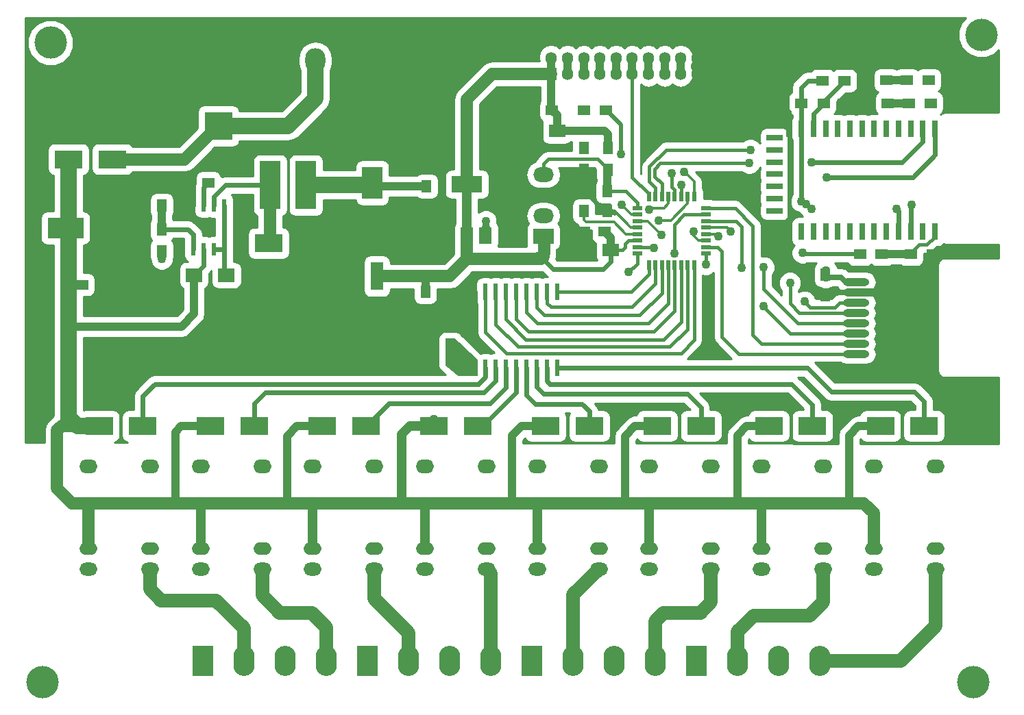
<source format=gtl>
G04 #@! TF.FileFunction,Copper,L1,Top,Signal*
%FSLAX46Y46*%
G04 Gerber Fmt 4.6, Leading zero omitted, Abs format (unit mm)*
G04 Created by KiCad (PCBNEW 4.0.6) date 09/22/17 08:59:26*
%MOMM*%
%LPD*%
G01*
G04 APERTURE LIST*
%ADD10C,0.100000*%
%ADD11O,2.224000X1.724000*%
%ADD12O,2.224000X1.524000*%
%ADD13O,2.224000X1.624000*%
%ADD14O,2.222400X1.624000*%
%ADD15R,1.200000X0.600000*%
%ADD16R,0.600000X1.200000*%
%ADD17C,4.000000*%
%ADD18R,1.250000X1.500000*%
%ADD19R,1.500000X1.250000*%
%ADD20R,2.000000X1.600000*%
%ADD21R,2.500000X4.000000*%
%ADD22R,4.500000X2.500000*%
%ADD23R,3.500000X2.300000*%
%ADD24R,1.500000X1.300000*%
%ADD25R,3.500000X3.500000*%
%ADD26R,2.624000X6.000000*%
%ADD27R,0.760000X2.000000*%
%ADD28R,2.000000X0.760000*%
%ADD29O,3.250000X0.950000*%
%ADD30R,1.300000X1.500000*%
%ADD31R,0.600000X2.000000*%
%ADD32R,0.600000X1.550000*%
%ADD33R,2.524000X1.824000*%
%ADD34O,2.524000X1.824000*%
%ADD35O,2.500000X3.000000*%
%ADD36O,2.624000X3.724000*%
%ADD37R,2.624000X3.724000*%
%ADD38R,1.600000X3.500000*%
%ADD39R,2.000000X1.700000*%
%ADD40R,3.800000X2.000000*%
%ADD41R,1.500000X2.000000*%
%ADD42R,1.400000X1.524000*%
%ADD43O,1.400000X1.524000*%
%ADD44C,1.100000*%
%ADD45C,0.400000*%
%ADD46C,1.000000*%
%ADD47C,0.300000*%
%ADD48C,0.700000*%
%ADD49C,1.500000*%
%ADD50C,2.000000*%
%ADD51C,0.500000*%
%ADD52C,0.600000*%
%ADD53C,0.450000*%
%ADD54C,1.200000*%
%ADD55C,1.724000*%
%ADD56C,0.254000*%
G04 APERTURE END LIST*
D10*
D11*
X165585710Y-119330000D03*
X157965710Y-119330000D03*
D12*
X165585710Y-129490000D03*
X157965710Y-129490000D03*
D13*
X165585710Y-132030000D03*
D14*
X157965710Y-132030000D03*
D15*
X156460000Y-87440000D03*
X156460000Y-88240000D03*
X156460000Y-89040000D03*
X156460000Y-89840000D03*
X156460000Y-90640000D03*
X156460000Y-91440000D03*
X156460000Y-92240000D03*
X156460000Y-93040000D03*
D16*
X157910000Y-94490000D03*
X158710000Y-94490000D03*
X159510000Y-94490000D03*
X160310000Y-94490000D03*
X161110000Y-94490000D03*
X161910000Y-94490000D03*
X162710000Y-94490000D03*
X163510000Y-94490000D03*
D15*
X164960000Y-93040000D03*
X164960000Y-92240000D03*
X164960000Y-91440000D03*
X164960000Y-90640000D03*
X164960000Y-89840000D03*
X164960000Y-89040000D03*
X164960000Y-88240000D03*
X164960000Y-87440000D03*
D16*
X163510000Y-85990000D03*
X162710000Y-85990000D03*
X161910000Y-85990000D03*
X161110000Y-85990000D03*
X160310000Y-85990000D03*
X159510000Y-85990000D03*
X158710000Y-85990000D03*
X157910000Y-85990000D03*
D17*
X84000000Y-67000000D03*
X83000000Y-146000000D03*
X199000000Y-66000000D03*
X198000000Y-146000000D03*
D18*
X152750000Y-85330000D03*
X152750000Y-87830000D03*
D19*
X145920000Y-75340000D03*
X143420000Y-75340000D03*
D20*
X153210000Y-92640000D03*
X149210000Y-92640000D03*
D19*
X152430000Y-90340000D03*
X149930000Y-90340000D03*
D18*
X130450000Y-84750000D03*
X130450000Y-87250000D03*
D21*
X123760000Y-84330000D03*
X123760000Y-90430000D03*
D19*
X103500000Y-84300000D03*
X101000000Y-84300000D03*
D18*
X149860000Y-87830000D03*
X149860000Y-85330000D03*
D19*
X176720000Y-74510000D03*
X174220000Y-74510000D03*
X179513333Y-74510000D03*
X182013333Y-74510000D03*
X87900000Y-96900000D03*
X90400000Y-96900000D03*
D22*
X85850000Y-89900000D03*
X92850000Y-89900000D03*
D18*
X179740000Y-95670000D03*
X179740000Y-98170000D03*
D23*
X186519997Y-114400000D03*
X191919997Y-114400000D03*
X172731426Y-114400000D03*
X178131426Y-114400000D03*
X158942855Y-114400000D03*
X164342855Y-114400000D03*
X145154284Y-114400000D03*
X150554284Y-114400000D03*
X131365713Y-114400000D03*
X136765713Y-114400000D03*
X90000000Y-114400000D03*
X95400000Y-114400000D03*
X117577142Y-114400000D03*
X122977142Y-114400000D03*
X103788571Y-114400000D03*
X109188571Y-114400000D03*
D24*
X149890000Y-75310000D03*
X152590000Y-75310000D03*
D23*
X110950000Y-91800000D03*
X116350000Y-91800000D03*
X86250000Y-81400000D03*
X91650000Y-81400000D03*
D24*
X184550000Y-71630000D03*
X187250000Y-71630000D03*
X184706666Y-74460000D03*
X187406666Y-74460000D03*
D25*
X104750000Y-77300000D03*
X104750000Y-71300000D03*
X100050000Y-74300000D03*
D26*
X115550000Y-84600000D03*
X111150000Y-84600000D03*
D27*
X193250000Y-77650000D03*
X191750000Y-77650000D03*
X190250000Y-77650000D03*
X188750000Y-77650000D03*
X187250000Y-77650000D03*
X185750000Y-77650000D03*
X184250000Y-77650000D03*
X182750000Y-77650000D03*
X181250000Y-77650000D03*
X179750000Y-77650000D03*
X178250000Y-77650000D03*
X176750000Y-77650000D03*
X175250000Y-77650000D03*
D28*
X173450000Y-78750000D03*
X173450000Y-80250000D03*
X173450000Y-81750000D03*
X173450000Y-83250000D03*
X173450000Y-84750000D03*
X173450000Y-86250000D03*
X173450000Y-87750000D03*
X173450000Y-89250000D03*
D27*
X175250000Y-90350000D03*
X176750000Y-90350000D03*
X178250000Y-90350000D03*
X179750000Y-90350000D03*
X181250000Y-90350000D03*
X182750000Y-90350000D03*
X184250000Y-90350000D03*
X185750000Y-90350000D03*
X187250000Y-90350000D03*
X188750000Y-90350000D03*
X190250000Y-90350000D03*
X191750000Y-90350000D03*
X193250000Y-90350000D03*
D29*
X183500000Y-100370000D03*
X183500000Y-101640000D03*
X183500000Y-96560000D03*
X183550000Y-97830000D03*
X183500000Y-99100000D03*
X183500000Y-102910000D03*
X183500000Y-104180000D03*
X183500000Y-105450000D03*
D30*
X152820000Y-80020000D03*
X152820000Y-82720000D03*
X149860000Y-82720000D03*
X149860000Y-80020000D03*
X97750000Y-90050000D03*
X97750000Y-92750000D03*
X97750000Y-84450000D03*
X97750000Y-87150000D03*
D24*
X179390000Y-71670000D03*
X182090000Y-71670000D03*
X183980000Y-93160000D03*
X186680000Y-93160000D03*
X190260000Y-93160000D03*
X192960000Y-93160000D03*
X189790000Y-71610000D03*
X192490000Y-71610000D03*
X189999999Y-74460000D03*
X192699999Y-74460000D03*
D31*
X146600000Y-97800000D03*
X145330000Y-97800000D03*
X144060000Y-97800000D03*
X142790000Y-97800000D03*
X141520000Y-97800000D03*
X140250000Y-97800000D03*
X138980000Y-97800000D03*
X137710000Y-97800000D03*
X136440000Y-97800000D03*
X136440000Y-107200000D03*
X137710000Y-107200000D03*
X138980000Y-107200000D03*
X140250000Y-107200000D03*
X141520000Y-107200000D03*
X142790000Y-107200000D03*
X144060000Y-107200000D03*
X145330000Y-107200000D03*
X146600000Y-107200000D03*
D32*
X105455000Y-87100000D03*
X104185000Y-87100000D03*
X102915000Y-87100000D03*
X101645000Y-87100000D03*
X101645000Y-92500000D03*
X102915000Y-92500000D03*
X104185000Y-92500000D03*
X105455000Y-92500000D03*
D11*
X193299994Y-119330000D03*
X185679994Y-119330000D03*
D12*
X193299994Y-129490000D03*
X185679994Y-129490000D03*
D13*
X193299994Y-132030000D03*
D14*
X185679994Y-132030000D03*
D11*
X179442852Y-119330000D03*
X171822852Y-119330000D03*
D12*
X179442852Y-129490000D03*
X171822852Y-129490000D03*
D13*
X179442852Y-132030000D03*
D14*
X171822852Y-132030000D03*
D11*
X151728568Y-119330000D03*
X144108568Y-119330000D03*
D12*
X151728568Y-129490000D03*
X144108568Y-129490000D03*
D13*
X151728568Y-132030000D03*
D14*
X144108568Y-132030000D03*
D11*
X137871426Y-119330000D03*
X130251426Y-119330000D03*
D12*
X137871426Y-129490000D03*
X130251426Y-129490000D03*
D13*
X137871426Y-132030000D03*
D14*
X130251426Y-132030000D03*
D11*
X96300000Y-119330000D03*
X88680000Y-119330000D03*
D12*
X96300000Y-129490000D03*
X88680000Y-129490000D03*
D13*
X96300000Y-132030000D03*
D14*
X88680000Y-132030000D03*
D11*
X124014284Y-119330000D03*
X116394284Y-119330000D03*
D12*
X124014284Y-129490000D03*
X116394284Y-129490000D03*
D13*
X124014284Y-132030000D03*
D14*
X116394284Y-132030000D03*
D11*
X110157142Y-119330000D03*
X102537142Y-119330000D03*
D12*
X110157142Y-129490000D03*
X102537142Y-129490000D03*
D13*
X110157142Y-132030000D03*
D14*
X102537142Y-132030000D03*
D33*
X144880000Y-90910000D03*
D34*
X144880000Y-88370000D03*
X144880000Y-85830000D03*
X144880000Y-83290000D03*
D35*
X116710000Y-69200000D03*
X121790000Y-69200000D03*
D36*
X138390000Y-143400000D03*
X133310000Y-143400000D03*
X128230000Y-143400000D03*
D37*
X123150000Y-143400000D03*
D36*
X118070000Y-143400000D03*
X112990000Y-143400000D03*
X107910000Y-143400000D03*
D37*
X102830000Y-143400000D03*
D36*
X179030000Y-143400000D03*
X173950000Y-143400000D03*
X168870000Y-143400000D03*
D37*
X163790000Y-143400000D03*
D36*
X158710000Y-143400000D03*
X153630000Y-143400000D03*
X148550000Y-143400000D03*
D37*
X143470000Y-143400000D03*
D18*
X130320000Y-97760000D03*
X130320000Y-100260000D03*
D38*
X124330000Y-95870000D03*
X124330000Y-101670000D03*
D39*
X101740000Y-95750000D03*
X105740000Y-95750000D03*
D40*
X135440000Y-84500000D03*
D41*
X135440000Y-90800000D03*
X137740000Y-90800000D03*
X133140000Y-90800000D03*
D42*
X145860000Y-70870000D03*
D43*
X145860000Y-68870000D03*
X147860000Y-70870000D03*
X147860000Y-68870000D03*
X149860000Y-70870000D03*
X149860000Y-68870000D03*
X151860000Y-70870000D03*
X151860000Y-68870000D03*
X153860000Y-70870000D03*
X153860000Y-68870000D03*
X155860000Y-70870000D03*
X155860000Y-68870000D03*
X157860000Y-70870000D03*
X157860000Y-68870000D03*
X159860000Y-70870000D03*
X159860000Y-68870000D03*
X161860000Y-70870000D03*
X161860000Y-68870000D03*
X163860000Y-70870000D03*
X163860000Y-68870000D03*
D20*
X146560000Y-77880000D03*
X142560000Y-77880000D03*
D18*
X133400000Y-104340000D03*
X133400000Y-101840000D03*
D44*
X173710000Y-91480000D03*
X170030000Y-84180000D03*
X169930000Y-85100000D03*
X165630000Y-104500000D03*
X164790000Y-104400000D03*
X149210000Y-92640000D03*
X82640000Y-103930000D03*
X82690000Y-104860000D03*
X82740000Y-105640000D03*
X82660000Y-106550000D03*
X187430000Y-65820000D03*
X186590000Y-65860000D03*
X185720000Y-65860000D03*
X184940000Y-65900000D03*
X187820000Y-66740000D03*
X187030000Y-66740000D03*
X186120000Y-66740000D03*
X185300000Y-66740000D03*
X184550000Y-66740000D03*
X92470000Y-105520000D03*
X93370000Y-105580000D03*
X94290000Y-105760000D03*
X94790000Y-106480000D03*
X93820000Y-106400000D03*
X92970000Y-106440000D03*
X92160000Y-106360000D03*
X107580000Y-103760000D03*
X108440000Y-103820000D03*
X109320000Y-103850000D03*
X110110000Y-103980000D03*
X110730000Y-104590000D03*
X109780000Y-104640000D03*
X108920000Y-104640000D03*
X108010000Y-104610000D03*
X107050000Y-104590000D03*
X129270000Y-71320000D03*
X130150000Y-70500000D03*
X131020000Y-69830000D03*
X131680000Y-69150000D03*
X132690000Y-69320000D03*
X131950000Y-70000000D03*
X131180000Y-70750000D03*
X130490000Y-71430000D03*
X123910608Y-78767367D03*
X124797688Y-78753506D03*
X125726350Y-78808949D03*
X126655012Y-78808949D03*
X127597534Y-78739645D03*
X128089586Y-77942659D03*
X127084691Y-77949590D03*
X126121378Y-77963450D03*
X125227367Y-77928799D03*
X124290000Y-77880000D03*
X88160000Y-73420000D03*
X88920000Y-73420000D03*
X89690000Y-73480000D03*
X90150000Y-74300000D03*
X89370000Y-74300000D03*
X88610000Y-74300000D03*
X87840000Y-74220000D03*
X117455601Y-96308195D03*
X117151427Y-96885232D03*
X115597247Y-97613139D03*
X115733211Y-96667533D03*
X116490329Y-96356396D03*
X116410000Y-97180000D03*
X141490000Y-77880000D03*
X142560000Y-77880000D03*
X133140000Y-90800000D03*
X93636476Y-89476892D03*
X93597385Y-90317345D03*
X92777196Y-90686264D03*
X92850000Y-89900000D03*
X144197552Y-93337390D03*
X177999096Y-87570511D03*
X177340000Y-86970000D03*
X179750000Y-95120000D03*
X144945980Y-93054436D03*
X144880000Y-93820000D03*
X176750000Y-86630000D03*
X179750000Y-96020000D03*
X131356146Y-113510350D03*
X134500000Y-107230000D03*
X134900000Y-106470000D03*
X131365713Y-114400000D03*
X135350000Y-107230000D03*
X192900222Y-114393135D03*
X191919997Y-114400000D03*
X179032325Y-114408358D03*
X178131426Y-114400000D03*
X165238485Y-114423578D03*
X164342855Y-114400000D03*
X151480682Y-114395342D03*
X150554284Y-114400000D03*
X137612623Y-114436826D03*
X136765713Y-114400000D03*
X96374093Y-114406385D03*
X95400000Y-114400000D03*
X123922931Y-114452365D03*
X123000000Y-114400000D03*
X110143127Y-114412571D03*
X109200000Y-114400000D03*
X149890000Y-75310000D03*
X149860000Y-80020000D03*
X154506669Y-80722044D03*
X154520000Y-87030000D03*
X159100000Y-88980000D03*
X162298460Y-82962747D03*
X161941007Y-84579855D03*
X160738449Y-83113753D03*
X157960000Y-87630000D03*
X163436646Y-90356646D03*
X166530932Y-90909153D03*
X168045442Y-90307233D03*
X170460000Y-80220000D03*
X179830000Y-83640000D03*
X170320000Y-81900000D03*
X178030000Y-81810000D03*
X159470000Y-90730000D03*
X188540000Y-87570000D03*
X192490000Y-71610000D03*
X190340000Y-87010000D03*
X192699999Y-74460000D03*
X175341947Y-96677898D03*
X164941790Y-94427316D03*
X172118144Y-94764295D03*
X169390825Y-94812828D03*
X177137085Y-98977288D03*
X155440000Y-95320000D03*
X172055919Y-99570146D03*
X161069457Y-93028561D03*
X176898593Y-92971519D03*
X158550000Y-92340000D03*
X115670691Y-84176487D03*
X115624646Y-85090809D03*
X114789627Y-84610547D03*
X116433134Y-85078940D03*
X116483743Y-84194587D03*
X97750000Y-93750000D03*
X137780000Y-89040000D03*
X137749607Y-89829853D03*
X137740000Y-90800000D03*
X97750000Y-92750000D03*
D45*
X153775000Y-85330000D02*
X152750000Y-85330000D01*
X155050000Y-85330000D02*
X153775000Y-85330000D01*
X156460000Y-86740000D02*
X155050000Y-85330000D01*
X156460000Y-87440000D02*
X156460000Y-86740000D01*
X151580000Y-81380000D02*
X145478000Y-81380000D01*
X145478000Y-81380000D02*
X144880000Y-81978000D01*
X152820000Y-82720000D02*
X152820000Y-82620000D01*
X152820000Y-82620000D02*
X151580000Y-81380000D01*
X144880000Y-81978000D02*
X144880000Y-83290000D01*
D46*
X152750000Y-85330000D02*
X152750000Y-82790000D01*
X152750000Y-82790000D02*
X152820000Y-82720000D01*
D47*
X175250000Y-90350000D02*
X174840000Y-90350000D01*
X174840000Y-90350000D02*
X173710000Y-91480000D01*
X169370000Y-85660000D02*
X169930000Y-85100000D01*
X169370000Y-86470000D02*
X169370000Y-85660000D01*
X173450000Y-89250000D02*
X172150000Y-89250000D01*
X172150000Y-89250000D02*
X169370000Y-86470000D01*
X164790000Y-104400000D02*
X165530000Y-104400000D01*
X165530000Y-104400000D02*
X165630000Y-104500000D01*
X82690000Y-104860000D02*
X82690000Y-103980000D01*
X82690000Y-103980000D02*
X82640000Y-103930000D01*
X82660000Y-106550000D02*
X82660000Y-105720000D01*
X82660000Y-105720000D02*
X82740000Y-105640000D01*
X186590000Y-65860000D02*
X187390000Y-65860000D01*
X187390000Y-65860000D02*
X187430000Y-65820000D01*
X184940000Y-65900000D02*
X185680000Y-65900000D01*
X185680000Y-65900000D02*
X185720000Y-65860000D01*
X187030000Y-66740000D02*
X187820000Y-66740000D01*
X185300000Y-66740000D02*
X186120000Y-66740000D01*
X184550000Y-69260000D02*
X184550000Y-66740000D01*
D48*
X183550000Y-97830000D02*
X180080000Y-97830000D01*
X180080000Y-97830000D02*
X179740000Y-98170000D01*
D47*
X93370000Y-105580000D02*
X92530000Y-105580000D01*
X92530000Y-105580000D02*
X92470000Y-105520000D01*
X94790000Y-106480000D02*
X94790000Y-106260000D01*
X94790000Y-106260000D02*
X94290000Y-105760000D01*
X92970000Y-106440000D02*
X93780000Y-106440000D01*
X93780000Y-106440000D02*
X93820000Y-106400000D01*
X93930000Y-104590000D02*
X92160000Y-106360000D01*
X107050000Y-104590000D02*
X93930000Y-104590000D01*
X109320000Y-103850000D02*
X108470000Y-103850000D01*
X108470000Y-103850000D02*
X108440000Y-103820000D01*
X110730000Y-104590000D02*
X110720000Y-104590000D01*
X110720000Y-104590000D02*
X110110000Y-103980000D01*
X108920000Y-104640000D02*
X109780000Y-104640000D01*
X107050000Y-104590000D02*
X107990000Y-104590000D01*
X107990000Y-104590000D02*
X108010000Y-104610000D01*
X114026861Y-97613139D02*
X107050000Y-104590000D01*
X115597247Y-97613139D02*
X114026861Y-97613139D01*
D49*
X131020000Y-69830000D02*
X130820000Y-69830000D01*
X130820000Y-69830000D02*
X130150000Y-70500000D01*
X132690000Y-69320000D02*
X131850000Y-69320000D01*
X131850000Y-69320000D02*
X131680000Y-69150000D01*
X131180000Y-70750000D02*
X131200000Y-70750000D01*
X131200000Y-70750000D02*
X131950000Y-70000000D01*
X127597534Y-78739645D02*
X127597534Y-74322466D01*
X127597534Y-74322466D02*
X130490000Y-71430000D01*
X123910608Y-78767367D02*
X127569812Y-78767367D01*
X127569812Y-78767367D02*
X127597534Y-78739645D01*
D47*
X124853131Y-78808949D02*
X124797688Y-78753506D01*
X125726350Y-78808949D02*
X124853131Y-78808949D01*
X126724316Y-78739645D02*
X126655012Y-78808949D01*
X127597534Y-78739645D02*
X126724316Y-78739645D01*
X128082655Y-77949590D02*
X128089586Y-77942659D01*
X127084691Y-77949590D02*
X128082655Y-77949590D01*
X126086727Y-77928799D02*
X126121378Y-77963450D01*
X125227367Y-77928799D02*
X126086727Y-77928799D01*
X89690000Y-73480000D02*
X88980000Y-73480000D01*
X88980000Y-73480000D02*
X88920000Y-73420000D01*
X87840000Y-74220000D02*
X88530000Y-74220000D01*
X88530000Y-74220000D02*
X88610000Y-74300000D01*
D50*
X116410000Y-100010000D02*
X118070000Y-101670000D01*
X118070000Y-101670000D02*
X124330000Y-101670000D01*
X116410000Y-97180000D02*
X116410000Y-100010000D01*
X116350000Y-91800000D02*
X116350000Y-97120000D01*
X116350000Y-97120000D02*
X116410000Y-97180000D01*
D47*
X117455601Y-96581058D02*
X117455601Y-96308195D01*
X117151427Y-96885232D02*
X117455601Y-96581058D01*
X116856659Y-97180000D02*
X117151427Y-96885232D01*
X116410000Y-97180000D02*
X116856659Y-97180000D01*
X116490329Y-96356396D02*
X116490329Y-97099671D01*
X116490329Y-97099671D02*
X116410000Y-97180000D01*
X115770743Y-96630001D02*
X115733211Y-96667533D01*
X115860001Y-96630001D02*
X115770743Y-96630001D01*
X116410000Y-97180000D02*
X115860001Y-96630001D01*
D46*
X163270000Y-66120000D02*
X127120000Y-66120000D01*
X127120000Y-66120000D02*
X124040000Y-69200000D01*
X124040000Y-69200000D02*
X121790000Y-69200000D01*
X163860000Y-66710000D02*
X163270000Y-66120000D01*
X163860000Y-68870000D02*
X163860000Y-66710000D01*
D48*
X184160000Y-68870000D02*
X174160000Y-68870000D01*
X174160000Y-68870000D02*
X163860000Y-68870000D01*
X174220000Y-74510000D02*
X174220000Y-68930000D01*
X174220000Y-68930000D02*
X174160000Y-68870000D01*
X184550000Y-69260000D02*
X184160000Y-68870000D01*
X184550000Y-71630000D02*
X184550000Y-69260000D01*
D45*
X175250000Y-77650000D02*
X175250000Y-90350000D01*
D51*
X175250000Y-91850000D02*
X175250000Y-90350000D01*
X175250000Y-93895000D02*
X175250000Y-91850000D01*
X179750000Y-98395000D02*
X175250000Y-93895000D01*
X179750000Y-98520000D02*
X179750000Y-98395000D01*
D46*
X190910000Y-97830000D02*
X192960000Y-95780000D01*
X192960000Y-95780000D02*
X192960000Y-93160000D01*
X183550000Y-97830000D02*
X190910000Y-97830000D01*
X184706666Y-74460000D02*
X182063333Y-74460000D01*
X182063333Y-74460000D02*
X182013333Y-74510000D01*
X184706666Y-74460000D02*
X184706666Y-71786666D01*
X184706666Y-71786666D02*
X184550000Y-71630000D01*
D52*
X175250000Y-77650000D02*
X175250000Y-75540000D01*
X175250000Y-75540000D02*
X174220000Y-74510000D01*
D46*
X163860000Y-68870000D02*
X163860000Y-70870000D01*
X149860000Y-85330000D02*
X149860000Y-82720000D01*
X140950000Y-79600000D02*
X142560000Y-77990000D01*
X142560000Y-77990000D02*
X142560000Y-77880000D01*
X140950000Y-84230000D02*
X140950000Y-79600000D01*
X142550000Y-85830000D02*
X140950000Y-84230000D01*
X144880000Y-85830000D02*
X142550000Y-85830000D01*
D51*
X148410000Y-90340000D02*
X147340000Y-89270000D01*
X147340000Y-89270000D02*
X147340000Y-85830000D01*
X149930000Y-90340000D02*
X148410000Y-90340000D01*
D46*
X142560000Y-77880000D02*
X142560000Y-76200000D01*
X142560000Y-76200000D02*
X143420000Y-75340000D01*
D51*
X174860000Y-89250000D02*
X175250000Y-89640000D01*
X175250000Y-89640000D02*
X175250000Y-90350000D01*
X173450000Y-89250000D02*
X174860000Y-89250000D01*
D45*
X152750000Y-87830000D02*
X152360000Y-87830000D01*
X152360000Y-87830000D02*
X149860000Y-85330000D01*
D51*
X147340000Y-85830000D02*
X147840000Y-85330000D01*
X147840000Y-85330000D02*
X149860000Y-85330000D01*
X144880000Y-85830000D02*
X147340000Y-85830000D01*
D46*
X149210000Y-92640000D02*
X149210000Y-91060000D01*
X149210000Y-91060000D02*
X149930000Y-90340000D01*
D47*
X152750000Y-87830000D02*
X153675000Y-87830000D01*
X153675000Y-87830000D02*
X155685000Y-89840000D01*
X155685000Y-89840000D02*
X156460000Y-89840000D01*
D49*
X133140000Y-90800000D02*
X130500000Y-90800000D01*
X130500000Y-90800000D02*
X124130000Y-90800000D01*
D46*
X130450000Y-87250000D02*
X130450000Y-90750000D01*
X130450000Y-90750000D02*
X130500000Y-90800000D01*
D49*
X124130000Y-90800000D02*
X123760000Y-90430000D01*
D46*
X130370000Y-101840000D02*
X124500000Y-101840000D01*
X133400000Y-101840000D02*
X130370000Y-101840000D01*
X130370000Y-101840000D02*
X130370000Y-100310000D01*
X130370000Y-100310000D02*
X130320000Y-100260000D01*
D52*
X133400000Y-101840000D02*
X135080000Y-101840000D01*
X135080000Y-101840000D02*
X136440000Y-100480000D01*
D46*
X124500000Y-101840000D02*
X124330000Y-101670000D01*
D52*
X136440000Y-100480000D02*
X135470000Y-101450000D01*
X136440000Y-97800000D02*
X136440000Y-100480000D01*
D46*
X130450000Y-87250000D02*
X130450000Y-87375000D01*
X130450000Y-87375000D02*
X130470000Y-87395000D01*
D50*
X116350000Y-91800000D02*
X122390000Y-91800000D01*
X122390000Y-91800000D02*
X123760000Y-90430000D01*
D46*
X94050000Y-84450000D02*
X92850000Y-85650000D01*
X92850000Y-85650000D02*
X92850000Y-89900000D01*
X97750000Y-84450000D02*
X94050000Y-84450000D01*
X92850000Y-89900000D02*
X92850000Y-94450000D01*
X92850000Y-94450000D02*
X90400000Y-96900000D01*
X93597385Y-89515983D02*
X93636476Y-89476892D01*
X93597385Y-90317345D02*
X93597385Y-89515983D01*
X93047386Y-90867344D02*
X93597385Y-90317345D01*
X92777196Y-89522804D02*
X92777196Y-89908447D01*
X92777196Y-89908447D02*
X92777196Y-90686264D01*
X97750000Y-84450000D02*
X97750000Y-84550000D01*
D52*
X101645000Y-87100000D02*
X101645000Y-84945000D01*
X101645000Y-84945000D02*
X101000000Y-84300000D01*
D46*
X101000000Y-84300000D02*
X97900000Y-84300000D01*
X97900000Y-84300000D02*
X97750000Y-84450000D01*
D49*
X104750000Y-71300000D02*
X103050000Y-71300000D01*
X103050000Y-71300000D02*
X100050000Y-74300000D01*
X106150000Y-65100000D02*
X104750000Y-66500000D01*
X104750000Y-66500000D02*
X104750000Y-71300000D01*
X120690000Y-65100000D02*
X106150000Y-65100000D01*
X121790000Y-69200000D02*
X121790000Y-66200000D01*
X121790000Y-66200000D02*
X120690000Y-65100000D01*
D48*
X182210000Y-96560000D02*
X181670000Y-96020000D01*
X181670000Y-96020000D02*
X179750000Y-96020000D01*
X183500000Y-96560000D02*
X182210000Y-96560000D01*
D47*
X177940511Y-87570511D02*
X177999096Y-87570511D01*
X177340000Y-86970000D02*
X177940511Y-87570511D01*
X176750000Y-86630000D02*
X177000000Y-86630000D01*
X177000000Y-86630000D02*
X177340000Y-86970000D01*
X179750000Y-96020000D02*
X179750000Y-95120000D01*
D49*
X144945980Y-92276619D02*
X144945980Y-93054436D01*
X144945980Y-90975980D02*
X144945980Y-92276619D01*
X144880000Y-90910000D02*
X144945980Y-90975980D01*
X144880000Y-93120416D02*
X144945980Y-93054436D01*
X144880000Y-93470000D02*
X144880000Y-93120416D01*
D52*
X144880000Y-93820000D02*
X144880000Y-93470000D01*
D49*
X141990000Y-93760000D02*
X144590000Y-93760000D01*
X144590000Y-93760000D02*
X144880000Y-93470000D01*
X135440000Y-84500000D02*
X135440000Y-73950000D01*
X135440000Y-73950000D02*
X138520000Y-70870000D01*
X138520000Y-70870000D02*
X145860000Y-70870000D01*
D52*
X176750000Y-77650000D02*
X176750000Y-86630000D01*
X176720000Y-72520000D02*
X177570000Y-71670000D01*
X177570000Y-71670000D02*
X179390000Y-71670000D01*
X176720000Y-74510000D02*
X176720000Y-72520000D01*
X176750000Y-77650000D02*
X176750000Y-74540000D01*
X176750000Y-74540000D02*
X176720000Y-74510000D01*
D46*
X146560000Y-77880000D02*
X152430000Y-77880000D01*
X152430000Y-77880000D02*
X152820000Y-78270000D01*
X152820000Y-78270000D02*
X152820000Y-80020000D01*
D52*
X146080000Y-95020000D02*
X144880000Y-93820000D01*
X152230000Y-95020000D02*
X146080000Y-95020000D01*
X153210000Y-92640000D02*
X153210000Y-94040000D01*
X153210000Y-94040000D02*
X152230000Y-95020000D01*
D46*
X146560000Y-77880000D02*
X146560000Y-75980000D01*
X146560000Y-75980000D02*
X145920000Y-75340000D01*
X145860000Y-70870000D02*
X145860000Y-75280000D01*
X145860000Y-75280000D02*
X145920000Y-75340000D01*
X145860000Y-68870000D02*
X145860000Y-70870000D01*
D49*
X135440000Y-93760000D02*
X141520000Y-93760000D01*
X141990000Y-93760000D02*
X141520000Y-93760000D01*
X144880000Y-90910000D02*
X144840000Y-90910000D01*
D53*
X153210000Y-92640000D02*
X154660000Y-92640000D01*
X155010000Y-92290000D02*
X155010000Y-91840000D01*
X154660000Y-92640000D02*
X155010000Y-92290000D01*
X155010000Y-91840000D02*
X155410000Y-91440000D01*
X155410000Y-91440000D02*
X156460000Y-91440000D01*
D46*
X153210000Y-92640000D02*
X153210000Y-91120000D01*
X153210000Y-91120000D02*
X152430000Y-90340000D01*
D49*
X124330000Y-95870000D02*
X130470000Y-95870000D01*
X130470000Y-95870000D02*
X133330000Y-95870000D01*
D46*
X130320000Y-97760000D02*
X130320000Y-96010000D01*
X130320000Y-96010000D02*
X130460000Y-95870000D01*
X130460000Y-95870000D02*
X130470000Y-95870000D01*
D49*
X133330000Y-95870000D02*
X135440000Y-93760000D01*
X135440000Y-93760000D02*
X135440000Y-90800000D01*
D54*
X135440000Y-90800000D02*
X135440000Y-84500000D01*
D52*
X102915000Y-87100000D02*
X102915000Y-84885000D01*
X102915000Y-84885000D02*
X103500000Y-84300000D01*
D47*
X156460000Y-90640000D02*
X155560000Y-90640000D01*
X155560000Y-90640000D02*
X155550000Y-90630000D01*
X155550000Y-90630000D02*
X155060000Y-90630000D01*
X155060000Y-90630000D02*
X153590000Y-89160000D01*
X153590000Y-89160000D02*
X150140000Y-89160000D01*
X150140000Y-89160000D02*
X149860000Y-88880000D01*
X149860000Y-88880000D02*
X149860000Y-87830000D01*
D52*
X178250000Y-77650000D02*
X178250000Y-75773333D01*
X178250000Y-75773333D02*
X179513333Y-74510000D01*
X179513333Y-74510000D02*
X179513333Y-74246667D01*
X179513333Y-74246667D02*
X182090000Y-71670000D01*
D46*
X186519997Y-114400000D02*
X183769997Y-114400000D01*
X183769997Y-114400000D02*
X182650000Y-115519997D01*
X182650000Y-115519997D02*
X182650000Y-123800000D01*
X182650000Y-123800000D02*
X182530000Y-123920000D01*
D52*
X135350000Y-107230000D02*
X134500000Y-107230000D01*
X134500000Y-107230000D02*
X133750000Y-107230000D01*
D47*
X134900000Y-106470000D02*
X134900000Y-106830000D01*
X134900000Y-106830000D02*
X134500000Y-107230000D01*
D50*
X86250000Y-97050000D02*
X86250000Y-102240000D01*
X86250000Y-102240000D02*
X86250000Y-113350000D01*
D46*
X100170000Y-102100000D02*
X86390000Y-102100000D01*
X86390000Y-102100000D02*
X86250000Y-102240000D01*
D47*
X85850000Y-102100000D02*
X86380000Y-102100000D01*
D50*
X86250000Y-81400000D02*
X86250000Y-83530000D01*
X86250000Y-83530000D02*
X86250000Y-97050000D01*
D47*
X85850000Y-89900000D02*
X85850000Y-88350000D01*
X85850000Y-88350000D02*
X86250000Y-87950000D01*
X86250000Y-87950000D02*
X86250000Y-83530000D01*
D46*
X86400000Y-96900000D02*
X86250000Y-97050000D01*
X87900000Y-96900000D02*
X86400000Y-96900000D01*
D49*
X184460000Y-123920000D02*
X182530000Y-123920000D01*
X182530000Y-123920000D02*
X171810000Y-123920000D01*
X171810000Y-123920000D02*
X168990000Y-123920000D01*
X168990000Y-123920000D02*
X157960000Y-123920000D01*
D46*
X168860000Y-115521426D02*
X168860000Y-123790000D01*
X168860000Y-123790000D02*
X168990000Y-123920000D01*
X172731426Y-114400000D02*
X169981426Y-114400000D01*
X169981426Y-114400000D02*
X168860000Y-115521426D01*
D49*
X157960000Y-123920000D02*
X155040000Y-123920000D01*
X155040000Y-123920000D02*
X143980000Y-123920000D01*
D46*
X154960000Y-115632855D02*
X154960000Y-123840000D01*
X154960000Y-123840000D02*
X155040000Y-123920000D01*
X158942855Y-114400000D02*
X156192855Y-114400000D01*
X156192855Y-114400000D02*
X154960000Y-115632855D01*
D54*
X171822852Y-129490000D02*
X171822852Y-127528000D01*
X171822852Y-127528000D02*
X171810000Y-127515148D01*
X171810000Y-127515148D02*
X171810000Y-123920000D01*
X157965710Y-129490000D02*
X157965710Y-123925710D01*
X157965710Y-123925710D02*
X157960000Y-123920000D01*
D49*
X143980000Y-123920000D02*
X141030000Y-123920000D01*
D54*
X144108568Y-129490000D02*
X144108568Y-124048568D01*
X144108568Y-124048568D02*
X143980000Y-123920000D01*
D49*
X141030000Y-123920000D02*
X130310000Y-123920000D01*
D46*
X142200000Y-114400000D02*
X141030000Y-115570000D01*
X141030000Y-115570000D02*
X141030000Y-123920000D01*
X145154284Y-114400000D02*
X142200000Y-114400000D01*
D54*
X130251426Y-129490000D02*
X130251426Y-123978574D01*
D49*
X130310000Y-123920000D02*
X127460000Y-123920000D01*
D54*
X130251426Y-123978574D02*
X130310000Y-123920000D01*
D49*
X127460000Y-123920000D02*
X116380000Y-123920000D01*
D54*
X127410000Y-115405713D02*
X127410000Y-123870000D01*
X127410000Y-123870000D02*
X127460000Y-123920000D01*
X131365713Y-114400000D02*
X128415713Y-114400000D01*
X128415713Y-114400000D02*
X127410000Y-115405713D01*
D49*
X116380000Y-123920000D02*
X113240000Y-123920000D01*
D54*
X116394284Y-129490000D02*
X116394284Y-123934284D01*
X116394284Y-123934284D02*
X116380000Y-123920000D01*
X102537142Y-129490000D02*
X102537142Y-123952858D01*
X102537142Y-123952858D02*
X102570000Y-123920000D01*
D46*
X114450000Y-114400000D02*
X113240000Y-115610000D01*
D49*
X113240000Y-123920000D02*
X102570000Y-123920000D01*
D46*
X113240000Y-115610000D02*
X113240000Y-123920000D01*
X117577142Y-114400000D02*
X114450000Y-114400000D01*
D49*
X102570000Y-123920000D02*
X99380000Y-123920000D01*
X99380000Y-123920000D02*
X88600000Y-123920000D01*
D46*
X99410000Y-115100000D02*
X99410000Y-123890000D01*
X99410000Y-123890000D02*
X99380000Y-123920000D01*
X100110000Y-114400000D02*
X99410000Y-115100000D01*
X103788571Y-114400000D02*
X100110000Y-114400000D01*
D49*
X88600000Y-123920000D02*
X86650000Y-123920000D01*
X88680000Y-129490000D02*
X88680000Y-124000000D01*
X88680000Y-124000000D02*
X88600000Y-123920000D01*
D50*
X90000000Y-114400000D02*
X87300000Y-114400000D01*
X87300000Y-114400000D02*
X86250000Y-113350000D01*
D49*
X84830000Y-114910000D02*
X85340000Y-114400000D01*
X85340000Y-114400000D02*
X90000000Y-114400000D01*
X84830000Y-122100000D02*
X84830000Y-114910000D01*
X86650000Y-123920000D02*
X84830000Y-122100000D01*
X185680000Y-125140000D02*
X184460000Y-123920000D01*
X185680000Y-127227994D02*
X185680000Y-125140000D01*
X185679994Y-129490000D02*
X185679994Y-127228000D01*
X185679994Y-127228000D02*
X185680000Y-127227994D01*
D52*
X133750000Y-107230000D02*
X133400000Y-106880000D01*
X133400000Y-106880000D02*
X133400000Y-104340000D01*
D47*
X136440000Y-107200000D02*
X135380000Y-107200000D01*
X135380000Y-107200000D02*
X135350000Y-107230000D01*
D46*
X101740000Y-100530000D02*
X100170000Y-102100000D01*
X101740000Y-95750000D02*
X101740000Y-100530000D01*
D52*
X102915000Y-92500000D02*
X102915000Y-94575000D01*
X102915000Y-94575000D02*
X101740000Y-95750000D01*
D49*
X85850000Y-81800000D02*
X86250000Y-81400000D01*
D52*
X146600000Y-107200000D02*
X177500000Y-107200000D01*
X177500000Y-107200000D02*
X180440000Y-110140000D01*
X180440000Y-110140000D02*
X190710000Y-110140000D01*
X190710000Y-110140000D02*
X191919997Y-111349997D01*
X191919997Y-111349997D02*
X191919997Y-114400000D01*
X178131426Y-114400000D02*
X178131426Y-111761426D01*
X178131426Y-111761426D02*
X175540000Y-109170000D01*
X175540000Y-109170000D02*
X145700000Y-109170000D01*
X145700000Y-109170000D02*
X145330000Y-108800000D01*
X145330000Y-108800000D02*
X145330000Y-107200000D01*
X144060000Y-107200000D02*
X144060000Y-109560000D01*
X144060000Y-109560000D02*
X144930000Y-110430000D01*
X144930000Y-110430000D02*
X162690000Y-110430000D01*
X162690000Y-110430000D02*
X164342855Y-112082855D01*
X164342855Y-112082855D02*
X164342855Y-114400000D01*
X149670000Y-111640000D02*
X150554284Y-112524284D01*
X150554284Y-112524284D02*
X150554284Y-114400000D01*
X143860000Y-111640000D02*
X149670000Y-111640000D01*
X142790000Y-110570000D02*
X143860000Y-111640000D01*
X142790000Y-107200000D02*
X142790000Y-110570000D01*
X141520000Y-107200000D02*
X141520000Y-109740000D01*
X136765713Y-114400000D02*
X137365713Y-114400000D01*
X137365713Y-114400000D02*
X141520000Y-110245713D01*
X141520000Y-110245713D02*
X141520000Y-109740000D01*
X95400000Y-114400000D02*
X95400000Y-110690000D01*
X136830000Y-109190000D02*
X96900000Y-109190000D01*
X96900000Y-109190000D02*
X95400000Y-110690000D01*
X137710000Y-108310000D02*
X136830000Y-109190000D01*
X137710000Y-107200000D02*
X137710000Y-108310000D01*
X140250000Y-107200000D02*
X140250000Y-109660000D01*
X140250000Y-109660000D02*
X138320000Y-111590000D01*
X125810000Y-111590000D02*
X123549999Y-113850001D01*
X138320000Y-111590000D02*
X125810000Y-111590000D01*
X123549999Y-113850001D02*
X123000000Y-114400000D01*
D47*
X110130556Y-114400000D02*
X110143127Y-114412571D01*
X109200000Y-114400000D02*
X110130556Y-114400000D01*
D52*
X109200000Y-114400000D02*
X109200000Y-111600000D01*
X109200000Y-111600000D02*
X110540000Y-110260000D01*
X110540000Y-110260000D02*
X137520000Y-110260000D01*
X137520000Y-110260000D02*
X138980000Y-108800000D01*
X138980000Y-108800000D02*
X138980000Y-107200000D01*
D51*
X154506669Y-80722044D02*
X154506669Y-77126669D01*
X154506669Y-77126669D02*
X152690000Y-75310000D01*
X152690000Y-75310000D02*
X152590000Y-75310000D01*
D47*
X155730000Y-88240000D02*
X154520000Y-87030000D01*
X156460000Y-88240000D02*
X155730000Y-88240000D01*
D49*
X111150000Y-84600000D02*
X111150000Y-91600000D01*
X111150000Y-91600000D02*
X110950000Y-91800000D01*
D52*
X104185000Y-86045000D02*
X105630000Y-84600000D01*
X105630000Y-84600000D02*
X111150000Y-84600000D01*
X104185000Y-87100000D02*
X104185000Y-86045000D01*
D50*
X104750000Y-77300000D02*
X113330000Y-77300000D01*
X113330000Y-77300000D02*
X116710000Y-73920000D01*
X116710000Y-73920000D02*
X116710000Y-69200000D01*
D49*
X104650000Y-77300000D02*
X100550000Y-81400000D01*
X100550000Y-81400000D02*
X91650000Y-81400000D01*
X104750000Y-77300000D02*
X104650000Y-77300000D01*
D46*
X187250000Y-71630000D02*
X189770000Y-71630000D01*
X189770000Y-71630000D02*
X189790000Y-71610000D01*
X187406666Y-74460000D02*
X189999999Y-74460000D01*
D47*
X160620000Y-88980000D02*
X159100000Y-88980000D01*
X162710000Y-85990000D02*
X162710000Y-86890000D01*
X162710000Y-86890000D02*
X160620000Y-88980000D01*
X162848459Y-83512746D02*
X162298460Y-82962747D01*
X163510000Y-84174287D02*
X162848459Y-83512746D01*
X163510000Y-85990000D02*
X163510000Y-84174287D01*
D46*
X147860000Y-68870000D02*
X147860000Y-70870000D01*
D45*
X161910000Y-84610862D02*
X161941007Y-84579855D01*
X161910000Y-85990000D02*
X161910000Y-84610862D01*
D46*
X149860000Y-68870000D02*
X149860000Y-70870000D01*
D45*
X160738449Y-83891570D02*
X160738449Y-83113753D01*
X161110000Y-85185520D02*
X160738449Y-84813969D01*
X161110000Y-85990000D02*
X161110000Y-85185520D01*
X160738449Y-84813969D02*
X160738449Y-83891570D01*
D46*
X151860000Y-68870000D02*
X151860000Y-70870000D01*
D47*
X159770000Y-87430000D02*
X158160000Y-87430000D01*
X158160000Y-87430000D02*
X157960000Y-87630000D01*
X160310000Y-85990000D02*
X160310000Y-86890000D01*
X160310000Y-86890000D02*
X159770000Y-87430000D01*
D46*
X153860000Y-70870000D02*
X153860000Y-68870000D01*
D45*
X157910000Y-85690000D02*
X155860000Y-83640000D01*
X155860000Y-83640000D02*
X155860000Y-72032000D01*
X155860000Y-72032000D02*
X155860000Y-70870000D01*
X157910000Y-85990000D02*
X157910000Y-85690000D01*
D46*
X155860000Y-68870000D02*
X155860000Y-70870000D01*
D47*
X163436646Y-90816646D02*
X163436646Y-90356646D01*
X164060000Y-91440000D02*
X163436646Y-90816646D01*
X164960000Y-91440000D02*
X164060000Y-91440000D01*
D46*
X157860000Y-68870000D02*
X157860000Y-70870000D01*
D47*
X166261779Y-90640000D02*
X166530932Y-90909153D01*
X164960000Y-90640000D02*
X166261779Y-90640000D01*
D46*
X159860000Y-68870000D02*
X159860000Y-70870000D01*
D47*
X167578209Y-89840000D02*
X168045442Y-90307233D01*
X164960000Y-89840000D02*
X167578209Y-89840000D01*
D46*
X161860000Y-68870000D02*
X161860000Y-70870000D01*
D55*
X138390000Y-143400000D02*
X138390000Y-132548574D01*
X138390000Y-132548574D02*
X137871426Y-132030000D01*
X128260000Y-139970000D02*
X128260000Y-143370000D01*
X128260000Y-143370000D02*
X128230000Y-143400000D01*
X124014284Y-135724284D02*
X128260000Y-139970000D01*
X124014284Y-135664284D02*
X124014284Y-135724284D01*
X124014284Y-132030000D02*
X124014284Y-135664284D01*
D49*
X125140000Y-136790000D02*
X124014284Y-135664284D01*
D55*
X128230000Y-143400000D02*
X128230000Y-142850000D01*
X112320000Y-137490000D02*
X110157142Y-135327142D01*
X110157142Y-135327142D02*
X110157142Y-134566000D01*
X110157142Y-134566000D02*
X110157142Y-132030000D01*
X118070000Y-139290000D02*
X116270000Y-137490000D01*
X116270000Y-137490000D02*
X112320000Y-137490000D01*
X118070000Y-143400000D02*
X118070000Y-139290000D01*
X107910000Y-143400000D02*
X107910000Y-139390000D01*
X107910000Y-139390000D02*
X104470000Y-135950000D01*
X104470000Y-135950000D02*
X97684000Y-135950000D01*
X97684000Y-135950000D02*
X96300000Y-134566000D01*
X96300000Y-134566000D02*
X96300000Y-132030000D01*
X189020000Y-143400000D02*
X193299994Y-139120006D01*
X193299994Y-139120006D02*
X193299994Y-132030000D01*
X179030000Y-143400000D02*
X189020000Y-143400000D01*
D49*
X193299994Y-132030000D02*
X193299994Y-132925006D01*
D55*
X148550000Y-143400000D02*
X148550000Y-135208568D01*
X148550000Y-135208568D02*
X151728568Y-132030000D01*
D49*
X148550000Y-143400000D02*
X148550000Y-140038000D01*
X148550000Y-140038000D02*
X148580000Y-140008000D01*
X148580000Y-140008000D02*
X148580000Y-135178568D01*
X148580000Y-139000000D02*
X148580000Y-135178568D01*
X148580000Y-135178568D02*
X151728568Y-132030000D01*
D55*
X165585710Y-136164290D02*
X165585710Y-132030000D01*
X164250000Y-137500000D02*
X165585710Y-136164290D01*
X159750000Y-137500000D02*
X164250000Y-137500000D01*
X158710000Y-143400000D02*
X158710000Y-138540000D01*
X158710000Y-138540000D02*
X159750000Y-137500000D01*
X179442852Y-133110000D02*
X179442852Y-132030000D01*
X179442852Y-133110000D02*
X179442852Y-136107148D01*
X177750000Y-137800000D02*
X179442852Y-136107148D01*
X168870000Y-143400000D02*
X168870000Y-139814000D01*
X168870000Y-139814000D02*
X170884000Y-137800000D01*
X170884000Y-137800000D02*
X177750000Y-137800000D01*
D45*
X169682183Y-80220000D02*
X170460000Y-80220000D01*
X158710000Y-84899076D02*
X157971105Y-84160181D01*
X157971105Y-84160181D02*
X157971105Y-82316580D01*
X158710000Y-85990000D02*
X158710000Y-84899076D01*
X160067685Y-80220000D02*
X169682183Y-80220000D01*
X157971105Y-82316580D02*
X160067685Y-80220000D01*
D52*
X190500000Y-83640000D02*
X179830000Y-83640000D01*
X193250000Y-80890000D02*
X190500000Y-83640000D01*
X193250000Y-77650000D02*
X193250000Y-80890000D01*
D45*
X159312596Y-81900000D02*
X169542183Y-81900000D01*
X169542183Y-81900000D02*
X170320000Y-81900000D01*
X159510000Y-85990000D02*
X159510000Y-84436206D01*
X158625116Y-83551322D02*
X158625116Y-82587480D01*
X158625116Y-82587480D02*
X159312596Y-81900000D01*
X159510000Y-84436206D02*
X158625116Y-83551322D01*
D52*
X189190000Y-81810000D02*
X178030000Y-81810000D01*
X191750000Y-77650000D02*
X191750000Y-79250000D01*
X191750000Y-79250000D02*
X189190000Y-81810000D01*
D47*
X156460000Y-89040000D02*
X157780000Y-89040000D01*
X157780000Y-89040000D02*
X159470000Y-90730000D01*
D52*
X188750000Y-90350000D02*
X188750000Y-87780000D01*
X188750000Y-87780000D02*
X188540000Y-87570000D01*
X190250000Y-90350000D02*
X190250000Y-87100000D01*
X190250000Y-87100000D02*
X190340000Y-87010000D01*
D46*
X190260000Y-93160000D02*
X186680000Y-93160000D01*
D45*
X190260000Y-93160000D02*
X190260000Y-92970000D01*
X190260000Y-92970000D02*
X191270000Y-91960000D01*
X191270000Y-91960000D02*
X192260000Y-91960000D01*
X192260000Y-91960000D02*
X193250000Y-90970000D01*
X193250000Y-90970000D02*
X193250000Y-90350000D01*
X183500000Y-100370000D02*
X176780000Y-100370000D01*
X175341947Y-99190000D02*
X175341947Y-97455715D01*
X176521947Y-100370000D02*
X175341947Y-99190000D01*
X176780000Y-100370000D02*
X176521947Y-100370000D01*
X175341947Y-97455715D02*
X175341947Y-96677898D01*
X164960000Y-93040000D02*
X164960000Y-94409106D01*
X164960000Y-94409106D02*
X164941790Y-94427316D01*
X183500000Y-101640000D02*
X176280000Y-101640000D01*
X172118144Y-97478144D02*
X176280000Y-101640000D01*
X172118144Y-94764295D02*
X172118144Y-97478144D01*
X169390825Y-89768648D02*
X169390825Y-94035011D01*
X168662177Y-89040000D02*
X169390825Y-89768648D01*
X164960000Y-89040000D02*
X168662177Y-89040000D01*
X169390825Y-94035011D02*
X169390825Y-94812828D01*
X177687084Y-99527287D02*
X177137085Y-98977288D01*
X177869929Y-99710132D02*
X177687084Y-99527287D01*
X181475000Y-99100000D02*
X180864868Y-99710132D01*
X183500000Y-99100000D02*
X181475000Y-99100000D01*
X180864868Y-99710132D02*
X177869929Y-99710132D01*
X156460000Y-93040000D02*
X156460000Y-94300000D01*
X156460000Y-94300000D02*
X155440000Y-95320000D01*
X172605918Y-100120145D02*
X172055919Y-99570146D01*
X175395773Y-102910000D02*
X172605918Y-100120145D01*
X183500000Y-102910000D02*
X175395773Y-102910000D01*
X161069457Y-92250744D02*
X161069457Y-93028561D01*
X162289840Y-88240000D02*
X161069457Y-89460383D01*
X161069457Y-89460383D02*
X161069457Y-92250744D01*
X164960000Y-88240000D02*
X162289840Y-88240000D01*
X183500000Y-104180000D02*
X171830000Y-104180000D01*
X171830000Y-104180000D02*
X170760000Y-103110000D01*
X170760000Y-103110000D02*
X170760000Y-89620000D01*
X170760000Y-89620000D02*
X168580000Y-87440000D01*
X168580000Y-87440000D02*
X164960000Y-87440000D01*
X183500000Y-105450000D02*
X169030000Y-105450000D01*
X169030000Y-105450000D02*
X166950000Y-103370000D01*
X166400000Y-92240000D02*
X164960000Y-92240000D01*
X166950000Y-103370000D02*
X166950000Y-92790000D01*
X166950000Y-92790000D02*
X166400000Y-92240000D01*
X157900000Y-95610000D02*
X155710000Y-97800000D01*
X155710000Y-97800000D02*
X146600000Y-97800000D01*
X157900000Y-94800000D02*
X157900000Y-95610000D01*
X157910000Y-94490000D02*
X157910000Y-94790000D01*
X157910000Y-94790000D02*
X157900000Y-94800000D01*
X158710000Y-94490000D02*
X158710000Y-96790000D01*
X158710000Y-96790000D02*
X155820000Y-99680000D01*
X155820000Y-99680000D02*
X145810000Y-99680000D01*
X145810000Y-99680000D02*
X145330000Y-99200000D01*
X145330000Y-99200000D02*
X145330000Y-97800000D01*
X144990000Y-100700000D02*
X144060000Y-99770000D01*
X144060000Y-99770000D02*
X144060000Y-97800000D01*
X156730000Y-100700000D02*
X144990000Y-100700000D01*
X159510000Y-97920000D02*
X156730000Y-100700000D01*
X159510000Y-94490000D02*
X159510000Y-97920000D01*
X144180000Y-101670000D02*
X142790000Y-100280000D01*
X142790000Y-100280000D02*
X142790000Y-97800000D01*
X157830000Y-101670000D02*
X144180000Y-101670000D01*
X160310000Y-99190000D02*
X157830000Y-101670000D01*
X160310000Y-94490000D02*
X160310000Y-99190000D01*
X143070000Y-102710000D02*
X141520000Y-101160000D01*
X141520000Y-101160000D02*
X141520000Y-97800000D01*
X158560000Y-102710000D02*
X143070000Y-102710000D01*
X161110000Y-100160000D02*
X158560000Y-102710000D01*
X161110000Y-94490000D02*
X161110000Y-100160000D01*
X142710000Y-103670000D02*
X140250000Y-101210000D01*
X140250000Y-101210000D02*
X140250000Y-97800000D01*
X159760000Y-103670000D02*
X142710000Y-103670000D01*
X161910000Y-101520000D02*
X159760000Y-103670000D01*
X161910000Y-94490000D02*
X161910000Y-101520000D01*
X141760000Y-104590000D02*
X138980000Y-101810000D01*
X138980000Y-101810000D02*
X138980000Y-97800000D01*
X160520000Y-104590000D02*
X141760000Y-104590000D01*
X162710000Y-102400000D02*
X160520000Y-104590000D01*
X162710000Y-94490000D02*
X162710000Y-102400000D01*
X140320000Y-105380000D02*
X137710000Y-102770000D01*
X137710000Y-102770000D02*
X137710000Y-97800000D01*
X161880000Y-105380000D02*
X140320000Y-105380000D01*
X163510000Y-103750000D02*
X161880000Y-105380000D01*
X163510000Y-94490000D02*
X163510000Y-103750000D01*
D52*
X101645000Y-90705000D02*
X100990000Y-90050000D01*
X100990000Y-90050000D02*
X97750000Y-90050000D01*
X101645000Y-92500000D02*
X101645000Y-90705000D01*
D46*
X97750000Y-87150000D02*
X97750000Y-90050000D01*
D51*
X183980000Y-93160000D02*
X177087074Y-93160000D01*
X177087074Y-93160000D02*
X176898593Y-92971519D01*
D45*
X156460000Y-92240000D02*
X158450000Y-92240000D01*
X158450000Y-92240000D02*
X158550000Y-92340000D01*
D47*
X115883135Y-84528941D02*
X116433134Y-85078940D01*
X115364234Y-84010040D02*
X115883135Y-84528941D01*
X115364234Y-82225611D02*
X115364234Y-84010040D01*
X115933744Y-83644588D02*
X116483743Y-84194587D01*
X115432637Y-82978036D02*
X115432637Y-83143481D01*
X115432637Y-83143481D02*
X115933744Y-83644588D01*
X115652762Y-86403110D02*
X115672318Y-86422666D01*
X115652762Y-85493769D02*
X115652762Y-86403110D01*
X137749607Y-90607670D02*
X137749607Y-89829853D01*
X137749607Y-90790393D02*
X137749607Y-90607670D01*
X137740000Y-90800000D02*
X137749607Y-90790393D01*
D46*
X130450000Y-84750000D02*
X124180000Y-84750000D01*
X124180000Y-84750000D02*
X123760000Y-84330000D01*
D50*
X115550000Y-84600000D02*
X123490000Y-84600000D01*
X123490000Y-84600000D02*
X123760000Y-84330000D01*
D52*
X105455000Y-87100000D02*
X105455000Y-92500000D01*
X105455000Y-92500000D02*
X105455000Y-95465000D01*
X105455000Y-95465000D02*
X105740000Y-95750000D01*
X104185000Y-92500000D02*
X105455000Y-92500000D01*
D10*
G36*
X134009136Y-103629373D02*
X136670424Y-106201621D01*
X136708993Y-108120418D01*
X134347612Y-108139854D01*
X132760285Y-106846476D01*
X132799266Y-103591564D01*
X134009136Y-103629373D01*
X134009136Y-103629373D01*
G37*
X134009136Y-103629373D02*
X136670424Y-106201621D01*
X136708993Y-108120418D01*
X134347612Y-108139854D01*
X132760285Y-106846476D01*
X132799266Y-103591564D01*
X134009136Y-103629373D01*
D56*
G36*
X194500000Y-91901000D02*
X201099000Y-91901000D01*
X201099000Y-93599000D01*
X194500000Y-93599000D01*
X194155202Y-93667585D01*
X193862897Y-93862897D01*
X193667585Y-94155202D01*
X193599000Y-94500000D01*
X193599000Y-107500000D01*
X193667585Y-107844798D01*
X193862897Y-108137103D01*
X194155202Y-108332415D01*
X194500000Y-108401000D01*
X201099000Y-108401000D01*
X201099000Y-116571522D01*
X184001000Y-116543493D01*
X184001000Y-116079599D01*
X184060947Y-116019652D01*
X184148043Y-116155002D01*
X184432424Y-116349312D01*
X184769997Y-116417672D01*
X188269997Y-116417672D01*
X188585359Y-116358333D01*
X188874999Y-116171954D01*
X189069309Y-115887573D01*
X189137669Y-115550000D01*
X189137669Y-113250000D01*
X189078330Y-112934638D01*
X188891951Y-112644998D01*
X188607570Y-112450688D01*
X188269997Y-112382328D01*
X184769997Y-112382328D01*
X184454635Y-112441667D01*
X184164995Y-112628046D01*
X183970685Y-112912427D01*
X183943028Y-113049000D01*
X183769997Y-113049000D01*
X183252992Y-113151839D01*
X182814696Y-113444699D01*
X181694699Y-114564696D01*
X181401839Y-115002992D01*
X181299000Y-115519997D01*
X181299000Y-116539063D01*
X170211000Y-116520886D01*
X170211000Y-116081028D01*
X170272376Y-116019652D01*
X170359472Y-116155002D01*
X170643853Y-116349312D01*
X170981426Y-116417672D01*
X174481426Y-116417672D01*
X174796788Y-116358333D01*
X175086428Y-116171954D01*
X175280738Y-115887573D01*
X175349098Y-115550000D01*
X175349098Y-113250000D01*
X175289759Y-112934638D01*
X175103380Y-112644998D01*
X174818999Y-112450688D01*
X174481426Y-112382328D01*
X170981426Y-112382328D01*
X170666064Y-112441667D01*
X170376424Y-112628046D01*
X170182114Y-112912427D01*
X170154457Y-113049000D01*
X169981426Y-113049000D01*
X169464421Y-113151839D01*
X169026125Y-113444699D01*
X167904699Y-114566125D01*
X167611839Y-115004421D01*
X167509000Y-115521426D01*
X167509000Y-116516457D01*
X156311000Y-116498099D01*
X156311000Y-116192457D01*
X156483805Y-116019652D01*
X156570901Y-116155002D01*
X156855282Y-116349312D01*
X157192855Y-116417672D01*
X160692855Y-116417672D01*
X161008217Y-116358333D01*
X161297857Y-116171954D01*
X161492167Y-115887573D01*
X161560527Y-115550000D01*
X161560527Y-113250000D01*
X161501188Y-112934638D01*
X161314809Y-112644998D01*
X161030428Y-112450688D01*
X160692855Y-112382328D01*
X157192855Y-112382328D01*
X156877493Y-112441667D01*
X156587853Y-112628046D01*
X156393543Y-112912427D01*
X156365886Y-113049000D01*
X156192855Y-113049000D01*
X155761626Y-113134777D01*
X155675849Y-113151839D01*
X155237554Y-113444699D01*
X154004699Y-114677554D01*
X153711839Y-115115850D01*
X153609000Y-115632855D01*
X153609000Y-116493670D01*
X142381000Y-116475263D01*
X142381000Y-116129602D01*
X142615249Y-115895353D01*
X142782330Y-116155002D01*
X143066711Y-116349312D01*
X143404284Y-116417672D01*
X146904284Y-116417672D01*
X147219646Y-116358333D01*
X147509286Y-116171954D01*
X147703596Y-115887573D01*
X147771956Y-115550000D01*
X147771956Y-113250000D01*
X147712617Y-112934638D01*
X147620188Y-112791000D01*
X148087940Y-112791000D01*
X148004972Y-112912427D01*
X147936612Y-113250000D01*
X147936612Y-115550000D01*
X147995951Y-115865362D01*
X148182330Y-116155002D01*
X148466711Y-116349312D01*
X148804284Y-116417672D01*
X152304284Y-116417672D01*
X152619646Y-116358333D01*
X152909286Y-116171954D01*
X153103596Y-115887573D01*
X153171956Y-115550000D01*
X153171956Y-113250000D01*
X153112617Y-112934638D01*
X152926238Y-112644998D01*
X152641857Y-112450688D01*
X152304284Y-112382328D01*
X151677047Y-112382328D01*
X151617669Y-112083815D01*
X151368164Y-111710404D01*
X151238760Y-111581000D01*
X162213240Y-111581000D01*
X163014568Y-112382328D01*
X162592855Y-112382328D01*
X162277493Y-112441667D01*
X161987853Y-112628046D01*
X161793543Y-112912427D01*
X161725183Y-113250000D01*
X161725183Y-115550000D01*
X161784522Y-115865362D01*
X161970901Y-116155002D01*
X162255282Y-116349312D01*
X162592855Y-116417672D01*
X166092855Y-116417672D01*
X166408217Y-116358333D01*
X166697857Y-116171954D01*
X166892167Y-115887573D01*
X166960527Y-115550000D01*
X166960527Y-113250000D01*
X166901188Y-112934638D01*
X166714809Y-112644998D01*
X166430428Y-112450688D01*
X166092855Y-112382328D01*
X165493855Y-112382328D01*
X165493855Y-112082855D01*
X165406240Y-111642386D01*
X165156735Y-111268975D01*
X164208760Y-110321000D01*
X175063240Y-110321000D01*
X176980426Y-112238186D01*
X176980426Y-112382328D01*
X176381426Y-112382328D01*
X176066064Y-112441667D01*
X175776424Y-112628046D01*
X175582114Y-112912427D01*
X175513754Y-113250000D01*
X175513754Y-115550000D01*
X175573093Y-115865362D01*
X175759472Y-116155002D01*
X176043853Y-116349312D01*
X176381426Y-116417672D01*
X179881426Y-116417672D01*
X180196788Y-116358333D01*
X180486428Y-116171954D01*
X180680738Y-115887573D01*
X180749098Y-115550000D01*
X180749098Y-113250000D01*
X180689759Y-112934638D01*
X180503380Y-112644998D01*
X180218999Y-112450688D01*
X179881426Y-112382328D01*
X179282426Y-112382328D01*
X179282426Y-111761426D01*
X179258748Y-111642387D01*
X179194812Y-111320958D01*
X178945306Y-110947546D01*
X176353880Y-108356120D01*
X176346217Y-108351000D01*
X177023240Y-108351000D01*
X179626120Y-110953880D01*
X179999531Y-111203385D01*
X180440000Y-111291000D01*
X190233240Y-111291000D01*
X190768997Y-111826757D01*
X190768997Y-112382328D01*
X190169997Y-112382328D01*
X189854635Y-112441667D01*
X189564995Y-112628046D01*
X189370685Y-112912427D01*
X189302325Y-113250000D01*
X189302325Y-115550000D01*
X189361664Y-115865362D01*
X189548043Y-116155002D01*
X189832424Y-116349312D01*
X190169997Y-116417672D01*
X193669997Y-116417672D01*
X193985359Y-116358333D01*
X194274999Y-116171954D01*
X194469309Y-115887573D01*
X194537669Y-115550000D01*
X194537669Y-113250000D01*
X194478330Y-112934638D01*
X194291951Y-112644998D01*
X194007570Y-112450688D01*
X193669997Y-112382328D01*
X193070997Y-112382328D01*
X193070997Y-111349997D01*
X192983382Y-110909528D01*
X192733877Y-110536117D01*
X191523880Y-109326120D01*
X191395694Y-109240469D01*
X191150469Y-109076615D01*
X190710000Y-108989000D01*
X180916760Y-108989000D01*
X178428760Y-106501000D01*
X181533548Y-106501000D01*
X181794054Y-106675064D01*
X182301492Y-106776000D01*
X184698508Y-106776000D01*
X185205946Y-106675064D01*
X185636132Y-106387624D01*
X185923572Y-105957438D01*
X186024508Y-105450000D01*
X185923572Y-104942562D01*
X185838338Y-104815000D01*
X185923572Y-104687438D01*
X186024508Y-104180000D01*
X185923572Y-103672562D01*
X185838338Y-103545000D01*
X185923572Y-103417438D01*
X186024508Y-102910000D01*
X185923572Y-102402562D01*
X185838338Y-102275000D01*
X185923572Y-102147438D01*
X186024508Y-101640000D01*
X185923572Y-101132562D01*
X185838338Y-101005000D01*
X185923572Y-100877438D01*
X186024508Y-100370000D01*
X185923572Y-99862562D01*
X185838338Y-99735000D01*
X185923572Y-99607438D01*
X186024508Y-99100000D01*
X185923572Y-98592562D01*
X185636132Y-98162376D01*
X185205946Y-97874936D01*
X184980038Y-97830000D01*
X185205946Y-97785064D01*
X185636132Y-97497624D01*
X185923572Y-97067438D01*
X186024508Y-96560000D01*
X185923572Y-96052562D01*
X185636132Y-95622376D01*
X185205946Y-95334936D01*
X184698508Y-95234000D01*
X182582470Y-95234000D01*
X182519235Y-95170765D01*
X182398782Y-95090281D01*
X182129603Y-94910421D01*
X181670000Y-94819000D01*
X181213668Y-94819000D01*
X181173333Y-94604638D01*
X180986954Y-94314998D01*
X180907926Y-94261000D01*
X182508948Y-94261000D01*
X182608046Y-94415002D01*
X182892427Y-94609312D01*
X183230000Y-94677672D01*
X184730000Y-94677672D01*
X185045362Y-94618333D01*
X185333897Y-94432665D01*
X185592427Y-94609312D01*
X185930000Y-94677672D01*
X187430000Y-94677672D01*
X187745362Y-94618333D01*
X187912162Y-94511000D01*
X189028543Y-94511000D01*
X189172427Y-94609312D01*
X189510000Y-94677672D01*
X191010000Y-94677672D01*
X191325362Y-94618333D01*
X191615002Y-94431954D01*
X191809312Y-94147573D01*
X191877672Y-93810000D01*
X191877672Y-93011000D01*
X192260000Y-93011000D01*
X192662200Y-92930997D01*
X193003169Y-92703169D01*
X193488666Y-92217672D01*
X193630000Y-92217672D01*
X193945362Y-92158333D01*
X194235002Y-91971954D01*
X194309389Y-91863085D01*
X194500000Y-91901000D01*
X194500000Y-91901000D01*
G37*
X194500000Y-91901000D02*
X201099000Y-91901000D01*
X201099000Y-93599000D01*
X194500000Y-93599000D01*
X194155202Y-93667585D01*
X193862897Y-93862897D01*
X193667585Y-94155202D01*
X193599000Y-94500000D01*
X193599000Y-107500000D01*
X193667585Y-107844798D01*
X193862897Y-108137103D01*
X194155202Y-108332415D01*
X194500000Y-108401000D01*
X201099000Y-108401000D01*
X201099000Y-116571522D01*
X184001000Y-116543493D01*
X184001000Y-116079599D01*
X184060947Y-116019652D01*
X184148043Y-116155002D01*
X184432424Y-116349312D01*
X184769997Y-116417672D01*
X188269997Y-116417672D01*
X188585359Y-116358333D01*
X188874999Y-116171954D01*
X189069309Y-115887573D01*
X189137669Y-115550000D01*
X189137669Y-113250000D01*
X189078330Y-112934638D01*
X188891951Y-112644998D01*
X188607570Y-112450688D01*
X188269997Y-112382328D01*
X184769997Y-112382328D01*
X184454635Y-112441667D01*
X184164995Y-112628046D01*
X183970685Y-112912427D01*
X183943028Y-113049000D01*
X183769997Y-113049000D01*
X183252992Y-113151839D01*
X182814696Y-113444699D01*
X181694699Y-114564696D01*
X181401839Y-115002992D01*
X181299000Y-115519997D01*
X181299000Y-116539063D01*
X170211000Y-116520886D01*
X170211000Y-116081028D01*
X170272376Y-116019652D01*
X170359472Y-116155002D01*
X170643853Y-116349312D01*
X170981426Y-116417672D01*
X174481426Y-116417672D01*
X174796788Y-116358333D01*
X175086428Y-116171954D01*
X175280738Y-115887573D01*
X175349098Y-115550000D01*
X175349098Y-113250000D01*
X175289759Y-112934638D01*
X175103380Y-112644998D01*
X174818999Y-112450688D01*
X174481426Y-112382328D01*
X170981426Y-112382328D01*
X170666064Y-112441667D01*
X170376424Y-112628046D01*
X170182114Y-112912427D01*
X170154457Y-113049000D01*
X169981426Y-113049000D01*
X169464421Y-113151839D01*
X169026125Y-113444699D01*
X167904699Y-114566125D01*
X167611839Y-115004421D01*
X167509000Y-115521426D01*
X167509000Y-116516457D01*
X156311000Y-116498099D01*
X156311000Y-116192457D01*
X156483805Y-116019652D01*
X156570901Y-116155002D01*
X156855282Y-116349312D01*
X157192855Y-116417672D01*
X160692855Y-116417672D01*
X161008217Y-116358333D01*
X161297857Y-116171954D01*
X161492167Y-115887573D01*
X161560527Y-115550000D01*
X161560527Y-113250000D01*
X161501188Y-112934638D01*
X161314809Y-112644998D01*
X161030428Y-112450688D01*
X160692855Y-112382328D01*
X157192855Y-112382328D01*
X156877493Y-112441667D01*
X156587853Y-112628046D01*
X156393543Y-112912427D01*
X156365886Y-113049000D01*
X156192855Y-113049000D01*
X155761626Y-113134777D01*
X155675849Y-113151839D01*
X155237554Y-113444699D01*
X154004699Y-114677554D01*
X153711839Y-115115850D01*
X153609000Y-115632855D01*
X153609000Y-116493670D01*
X142381000Y-116475263D01*
X142381000Y-116129602D01*
X142615249Y-115895353D01*
X142782330Y-116155002D01*
X143066711Y-116349312D01*
X143404284Y-116417672D01*
X146904284Y-116417672D01*
X147219646Y-116358333D01*
X147509286Y-116171954D01*
X147703596Y-115887573D01*
X147771956Y-115550000D01*
X147771956Y-113250000D01*
X147712617Y-112934638D01*
X147620188Y-112791000D01*
X148087940Y-112791000D01*
X148004972Y-112912427D01*
X147936612Y-113250000D01*
X147936612Y-115550000D01*
X147995951Y-115865362D01*
X148182330Y-116155002D01*
X148466711Y-116349312D01*
X148804284Y-116417672D01*
X152304284Y-116417672D01*
X152619646Y-116358333D01*
X152909286Y-116171954D01*
X153103596Y-115887573D01*
X153171956Y-115550000D01*
X153171956Y-113250000D01*
X153112617Y-112934638D01*
X152926238Y-112644998D01*
X152641857Y-112450688D01*
X152304284Y-112382328D01*
X151677047Y-112382328D01*
X151617669Y-112083815D01*
X151368164Y-111710404D01*
X151238760Y-111581000D01*
X162213240Y-111581000D01*
X163014568Y-112382328D01*
X162592855Y-112382328D01*
X162277493Y-112441667D01*
X161987853Y-112628046D01*
X161793543Y-112912427D01*
X161725183Y-113250000D01*
X161725183Y-115550000D01*
X161784522Y-115865362D01*
X161970901Y-116155002D01*
X162255282Y-116349312D01*
X162592855Y-116417672D01*
X166092855Y-116417672D01*
X166408217Y-116358333D01*
X166697857Y-116171954D01*
X166892167Y-115887573D01*
X166960527Y-115550000D01*
X166960527Y-113250000D01*
X166901188Y-112934638D01*
X166714809Y-112644998D01*
X166430428Y-112450688D01*
X166092855Y-112382328D01*
X165493855Y-112382328D01*
X165493855Y-112082855D01*
X165406240Y-111642386D01*
X165156735Y-111268975D01*
X164208760Y-110321000D01*
X175063240Y-110321000D01*
X176980426Y-112238186D01*
X176980426Y-112382328D01*
X176381426Y-112382328D01*
X176066064Y-112441667D01*
X175776424Y-112628046D01*
X175582114Y-112912427D01*
X175513754Y-113250000D01*
X175513754Y-115550000D01*
X175573093Y-115865362D01*
X175759472Y-116155002D01*
X176043853Y-116349312D01*
X176381426Y-116417672D01*
X179881426Y-116417672D01*
X180196788Y-116358333D01*
X180486428Y-116171954D01*
X180680738Y-115887573D01*
X180749098Y-115550000D01*
X180749098Y-113250000D01*
X180689759Y-112934638D01*
X180503380Y-112644998D01*
X180218999Y-112450688D01*
X179881426Y-112382328D01*
X179282426Y-112382328D01*
X179282426Y-111761426D01*
X179258748Y-111642387D01*
X179194812Y-111320958D01*
X178945306Y-110947546D01*
X176353880Y-108356120D01*
X176346217Y-108351000D01*
X177023240Y-108351000D01*
X179626120Y-110953880D01*
X179999531Y-111203385D01*
X180440000Y-111291000D01*
X190233240Y-111291000D01*
X190768997Y-111826757D01*
X190768997Y-112382328D01*
X190169997Y-112382328D01*
X189854635Y-112441667D01*
X189564995Y-112628046D01*
X189370685Y-112912427D01*
X189302325Y-113250000D01*
X189302325Y-115550000D01*
X189361664Y-115865362D01*
X189548043Y-116155002D01*
X189832424Y-116349312D01*
X190169997Y-116417672D01*
X193669997Y-116417672D01*
X193985359Y-116358333D01*
X194274999Y-116171954D01*
X194469309Y-115887573D01*
X194537669Y-115550000D01*
X194537669Y-113250000D01*
X194478330Y-112934638D01*
X194291951Y-112644998D01*
X194007570Y-112450688D01*
X193669997Y-112382328D01*
X193070997Y-112382328D01*
X193070997Y-111349997D01*
X192983382Y-110909528D01*
X192733877Y-110536117D01*
X191523880Y-109326120D01*
X191395694Y-109240469D01*
X191150469Y-109076615D01*
X190710000Y-108989000D01*
X180916760Y-108989000D01*
X178428760Y-106501000D01*
X181533548Y-106501000D01*
X181794054Y-106675064D01*
X182301492Y-106776000D01*
X184698508Y-106776000D01*
X185205946Y-106675064D01*
X185636132Y-106387624D01*
X185923572Y-105957438D01*
X186024508Y-105450000D01*
X185923572Y-104942562D01*
X185838338Y-104815000D01*
X185923572Y-104687438D01*
X186024508Y-104180000D01*
X185923572Y-103672562D01*
X185838338Y-103545000D01*
X185923572Y-103417438D01*
X186024508Y-102910000D01*
X185923572Y-102402562D01*
X185838338Y-102275000D01*
X185923572Y-102147438D01*
X186024508Y-101640000D01*
X185923572Y-101132562D01*
X185838338Y-101005000D01*
X185923572Y-100877438D01*
X186024508Y-100370000D01*
X185923572Y-99862562D01*
X185838338Y-99735000D01*
X185923572Y-99607438D01*
X186024508Y-99100000D01*
X185923572Y-98592562D01*
X185636132Y-98162376D01*
X185205946Y-97874936D01*
X184980038Y-97830000D01*
X185205946Y-97785064D01*
X185636132Y-97497624D01*
X185923572Y-97067438D01*
X186024508Y-96560000D01*
X185923572Y-96052562D01*
X185636132Y-95622376D01*
X185205946Y-95334936D01*
X184698508Y-95234000D01*
X182582470Y-95234000D01*
X182519235Y-95170765D01*
X182398782Y-95090281D01*
X182129603Y-94910421D01*
X181670000Y-94819000D01*
X181213668Y-94819000D01*
X181173333Y-94604638D01*
X180986954Y-94314998D01*
X180907926Y-94261000D01*
X182508948Y-94261000D01*
X182608046Y-94415002D01*
X182892427Y-94609312D01*
X183230000Y-94677672D01*
X184730000Y-94677672D01*
X185045362Y-94618333D01*
X185333897Y-94432665D01*
X185592427Y-94609312D01*
X185930000Y-94677672D01*
X187430000Y-94677672D01*
X187745362Y-94618333D01*
X187912162Y-94511000D01*
X189028543Y-94511000D01*
X189172427Y-94609312D01*
X189510000Y-94677672D01*
X191010000Y-94677672D01*
X191325362Y-94618333D01*
X191615002Y-94431954D01*
X191809312Y-94147573D01*
X191877672Y-93810000D01*
X191877672Y-93011000D01*
X192260000Y-93011000D01*
X192662200Y-92930997D01*
X193003169Y-92703169D01*
X193488666Y-92217672D01*
X193630000Y-92217672D01*
X193945362Y-92158333D01*
X194235002Y-91971954D01*
X194309389Y-91863085D01*
X194500000Y-91901000D01*
G36*
X196584449Y-64382930D02*
X196149496Y-65430413D01*
X196148507Y-66564611D01*
X196581631Y-67612852D01*
X197382930Y-68415551D01*
X198430413Y-68850504D01*
X199564611Y-68851493D01*
X200612852Y-68418369D01*
X201099000Y-67933069D01*
X201099000Y-75599000D01*
X194500000Y-75599000D01*
X194155202Y-75667585D01*
X193901265Y-75837260D01*
X193893724Y-75835733D01*
X194055001Y-75731954D01*
X194249311Y-75447573D01*
X194317671Y-75110000D01*
X194317671Y-73810000D01*
X194258332Y-73494638D01*
X194071953Y-73204998D01*
X193787572Y-73010688D01*
X193679085Y-72988719D01*
X193845002Y-72881954D01*
X194039312Y-72597573D01*
X194107672Y-72260000D01*
X194107672Y-70960000D01*
X194048333Y-70644638D01*
X193861954Y-70354998D01*
X193577573Y-70160688D01*
X193240000Y-70092328D01*
X191740000Y-70092328D01*
X191424638Y-70151667D01*
X191136103Y-70337335D01*
X190877573Y-70160688D01*
X190540000Y-70092328D01*
X189040000Y-70092328D01*
X188724638Y-70151667D01*
X188526758Y-70279000D01*
X188481457Y-70279000D01*
X188337573Y-70180688D01*
X188000000Y-70112328D01*
X186500000Y-70112328D01*
X186184638Y-70171667D01*
X185894998Y-70358046D01*
X185700688Y-70642427D01*
X185632328Y-70980000D01*
X185632328Y-72280000D01*
X185691667Y-72595362D01*
X185878046Y-72885002D01*
X186162427Y-73079312D01*
X186206706Y-73088279D01*
X186051664Y-73188046D01*
X185857354Y-73472427D01*
X185788994Y-73810000D01*
X185788994Y-75110000D01*
X185848333Y-75425362D01*
X186034712Y-75715002D01*
X186134614Y-75783262D01*
X186130000Y-75782328D01*
X185370000Y-75782328D01*
X185054638Y-75841667D01*
X185003001Y-75874895D01*
X184967573Y-75850688D01*
X184630000Y-75782328D01*
X183870000Y-75782328D01*
X183554638Y-75841667D01*
X183503001Y-75874895D01*
X183467573Y-75850688D01*
X183130000Y-75782328D01*
X182370000Y-75782328D01*
X182054638Y-75841667D01*
X182003001Y-75874895D01*
X181967573Y-75850688D01*
X181630000Y-75782328D01*
X180870000Y-75782328D01*
X180811920Y-75793257D01*
X180868335Y-75756954D01*
X181062645Y-75472573D01*
X181131005Y-75135000D01*
X181131005Y-74256755D01*
X182200088Y-73187672D01*
X182840000Y-73187672D01*
X183155362Y-73128333D01*
X183445002Y-72941954D01*
X183639312Y-72657573D01*
X183707672Y-72320000D01*
X183707672Y-71020000D01*
X183648333Y-70704638D01*
X183461954Y-70414998D01*
X183177573Y-70220688D01*
X182840000Y-70152328D01*
X181340000Y-70152328D01*
X181024638Y-70211667D01*
X180736103Y-70397335D01*
X180477573Y-70220688D01*
X180140000Y-70152328D01*
X178640000Y-70152328D01*
X178324638Y-70211667D01*
X178034998Y-70398046D01*
X177952353Y-70519000D01*
X177570000Y-70519000D01*
X177129532Y-70606614D01*
X176756120Y-70856120D01*
X175906120Y-71706120D01*
X175656615Y-72079531D01*
X175569000Y-72520000D01*
X175569000Y-73131774D01*
X175364998Y-73263046D01*
X175170688Y-73547427D01*
X175102328Y-73885000D01*
X175102328Y-75135000D01*
X175161667Y-75450362D01*
X175348046Y-75740002D01*
X175599000Y-75911472D01*
X175599000Y-76270991D01*
X175570688Y-76312427D01*
X175502328Y-76650000D01*
X175502328Y-78650000D01*
X175561667Y-78965362D01*
X175599000Y-79023379D01*
X175599000Y-85799407D01*
X175562983Y-85835361D01*
X175349244Y-86350101D01*
X175348758Y-86907453D01*
X175561598Y-87422566D01*
X175955361Y-87817017D01*
X176383369Y-87994741D01*
X176545361Y-88157017D01*
X176762870Y-88247335D01*
X176810694Y-88363077D01*
X176929737Y-88482328D01*
X176370000Y-88482328D01*
X176054638Y-88541667D01*
X175764998Y-88728046D01*
X175570688Y-89012427D01*
X175502328Y-89350000D01*
X175502328Y-91350000D01*
X175561667Y-91665362D01*
X175748046Y-91955002D01*
X175858345Y-92030367D01*
X175711576Y-92176880D01*
X175497837Y-92691620D01*
X175497351Y-93248972D01*
X175710191Y-93764085D01*
X176103954Y-94158536D01*
X176618694Y-94372275D01*
X177176046Y-94372761D01*
X177446529Y-94261000D01*
X178567569Y-94261000D01*
X178509998Y-94298046D01*
X178315688Y-94582427D01*
X178247328Y-94920000D01*
X178247328Y-96420000D01*
X178306667Y-96735362D01*
X178493046Y-97025002D01*
X178777427Y-97219312D01*
X179115000Y-97287672D01*
X179149600Y-97287672D01*
X179470101Y-97420756D01*
X180027453Y-97421242D01*
X180350718Y-97287672D01*
X180365000Y-97287672D01*
X180680362Y-97228333D01*
X180691758Y-97221000D01*
X181172530Y-97221000D01*
X181192132Y-97240602D01*
X181363868Y-97497624D01*
X181794054Y-97785064D01*
X182019962Y-97830000D01*
X181794054Y-97874936D01*
X181533548Y-98049000D01*
X181475000Y-98049000D01*
X181072800Y-98129003D01*
X180731831Y-98356831D01*
X180429530Y-98659132D01*
X178521509Y-98659132D01*
X178325487Y-98184722D01*
X177931724Y-97790271D01*
X177416984Y-97576532D01*
X176859632Y-97576046D01*
X176392947Y-97768876D01*
X176392947Y-97608317D01*
X176528964Y-97472537D01*
X176742703Y-96957797D01*
X176743189Y-96400445D01*
X176530349Y-95885332D01*
X176136586Y-95490881D01*
X175621846Y-95277142D01*
X175064494Y-95276656D01*
X174549381Y-95489496D01*
X174154930Y-95883259D01*
X173941191Y-96397999D01*
X173940705Y-96955351D01*
X174153545Y-97470464D01*
X174290947Y-97608106D01*
X174290947Y-98164609D01*
X173169144Y-97042806D01*
X173169144Y-95694714D01*
X173305161Y-95558934D01*
X173518900Y-95044194D01*
X173519386Y-94486842D01*
X173306546Y-93971729D01*
X172912783Y-93577278D01*
X172398043Y-93363539D01*
X171840691Y-93363053D01*
X171811000Y-93375321D01*
X171811000Y-89620000D01*
X171730997Y-89217800D01*
X171646833Y-89091839D01*
X171503170Y-88876831D01*
X169323169Y-86696831D01*
X168982200Y-86469003D01*
X168580000Y-86389000D01*
X165968280Y-86389000D01*
X165897573Y-86340688D01*
X165560000Y-86272328D01*
X164677672Y-86272328D01*
X164677672Y-85390000D01*
X164618333Y-85074638D01*
X164511000Y-84907838D01*
X164511000Y-84174287D01*
X164434803Y-83791221D01*
X164217814Y-83466473D01*
X163702341Y-82951000D01*
X169389581Y-82951000D01*
X169525361Y-83087017D01*
X170040101Y-83300756D01*
X170597453Y-83301242D01*
X171112566Y-83088402D01*
X171507017Y-82694639D01*
X171631956Y-82393753D01*
X171641667Y-82445362D01*
X171674895Y-82496999D01*
X171650688Y-82532427D01*
X171582328Y-82870000D01*
X171582328Y-83630000D01*
X171641667Y-83945362D01*
X171674895Y-83996999D01*
X171650688Y-84032427D01*
X171582328Y-84370000D01*
X171582328Y-85130000D01*
X171641667Y-85445362D01*
X171674895Y-85496999D01*
X171650688Y-85532427D01*
X171582328Y-85870000D01*
X171582328Y-86630000D01*
X171641667Y-86945362D01*
X171674895Y-86996999D01*
X171650688Y-87032427D01*
X171582328Y-87370000D01*
X171582328Y-88130000D01*
X171641667Y-88445362D01*
X171828046Y-88735002D01*
X172112427Y-88929312D01*
X172450000Y-88997672D01*
X174450000Y-88997672D01*
X174765362Y-88938333D01*
X175055002Y-88751954D01*
X175249312Y-88467573D01*
X175317672Y-88130000D01*
X175317672Y-87370000D01*
X175258333Y-87054638D01*
X175225105Y-87003001D01*
X175249312Y-86967573D01*
X175317672Y-86630000D01*
X175317672Y-85870000D01*
X175258333Y-85554638D01*
X175225105Y-85503001D01*
X175249312Y-85467573D01*
X175317672Y-85130000D01*
X175317672Y-84370000D01*
X175258333Y-84054638D01*
X175225105Y-84003001D01*
X175249312Y-83967573D01*
X175317672Y-83630000D01*
X175317672Y-82870000D01*
X175258333Y-82554638D01*
X175225105Y-82503001D01*
X175249312Y-82467573D01*
X175317672Y-82130000D01*
X175317672Y-81370000D01*
X175258333Y-81054638D01*
X175225105Y-81003001D01*
X175249312Y-80967573D01*
X175317672Y-80630000D01*
X175317672Y-79870000D01*
X175258333Y-79554638D01*
X175225105Y-79503001D01*
X175249312Y-79467573D01*
X175317672Y-79130000D01*
X175317672Y-78370000D01*
X175258333Y-78054638D01*
X175071954Y-77764998D01*
X174787573Y-77570688D01*
X174450000Y-77502328D01*
X172450000Y-77502328D01*
X172134638Y-77561667D01*
X171844998Y-77748046D01*
X171650688Y-78032427D01*
X171582328Y-78370000D01*
X171582328Y-79130000D01*
X171635946Y-79414956D01*
X171254639Y-79032983D01*
X170739899Y-78819244D01*
X170182547Y-78818758D01*
X169667434Y-79031598D01*
X169529792Y-79169000D01*
X160067685Y-79169000D01*
X159665485Y-79249003D01*
X159324516Y-79476831D01*
X157227936Y-81573411D01*
X157000108Y-81914380D01*
X156920105Y-82316580D01*
X156920105Y-83213767D01*
X156911000Y-83204662D01*
X156911000Y-72159029D01*
X157266458Y-72396538D01*
X157860000Y-72514601D01*
X158453542Y-72396538D01*
X158860000Y-72124952D01*
X159266458Y-72396538D01*
X159860000Y-72514601D01*
X160453542Y-72396538D01*
X160860000Y-72124952D01*
X161266458Y-72396538D01*
X161860000Y-72514601D01*
X162453542Y-72396538D01*
X162956723Y-72060324D01*
X163292937Y-71557143D01*
X163411000Y-70963601D01*
X163411000Y-70776399D01*
X163292937Y-70182857D01*
X163211000Y-70060229D01*
X163211000Y-69679771D01*
X163292937Y-69557143D01*
X163411000Y-68963601D01*
X163411000Y-68776399D01*
X163292937Y-68182857D01*
X162956723Y-67679676D01*
X162453542Y-67343462D01*
X161860000Y-67225399D01*
X161266458Y-67343462D01*
X160860000Y-67615048D01*
X160453542Y-67343462D01*
X159860000Y-67225399D01*
X159266458Y-67343462D01*
X158860000Y-67615048D01*
X158453542Y-67343462D01*
X157860000Y-67225399D01*
X157266458Y-67343462D01*
X156860000Y-67615048D01*
X156453542Y-67343462D01*
X155860000Y-67225399D01*
X155266458Y-67343462D01*
X154860000Y-67615048D01*
X154453542Y-67343462D01*
X153860000Y-67225399D01*
X153266458Y-67343462D01*
X152860000Y-67615048D01*
X152453542Y-67343462D01*
X151860000Y-67225399D01*
X151266458Y-67343462D01*
X150860000Y-67615048D01*
X150453542Y-67343462D01*
X149860000Y-67225399D01*
X149266458Y-67343462D01*
X148860000Y-67615048D01*
X148453542Y-67343462D01*
X147860000Y-67225399D01*
X147266458Y-67343462D01*
X146860000Y-67615048D01*
X146453542Y-67343462D01*
X145860000Y-67225399D01*
X145266458Y-67343462D01*
X144763277Y-67679676D01*
X144427063Y-68182857D01*
X144309000Y-68776399D01*
X144309000Y-68963601D01*
X144369748Y-69269000D01*
X138520000Y-69269000D01*
X137907324Y-69390869D01*
X137387922Y-69737922D01*
X134307922Y-72817922D01*
X133960869Y-73337324D01*
X133839000Y-73950000D01*
X133839000Y-82632328D01*
X133540000Y-82632328D01*
X133224638Y-82691667D01*
X132934998Y-82878046D01*
X132740688Y-83162427D01*
X132672328Y-83500000D01*
X132672328Y-85500000D01*
X132731667Y-85815362D01*
X132918046Y-86105002D01*
X133202427Y-86299312D01*
X133540000Y-86367672D01*
X133989000Y-86367672D01*
X133989000Y-89318543D01*
X133890688Y-89462427D01*
X133822328Y-89800000D01*
X133822328Y-91800000D01*
X133839000Y-91888605D01*
X133839000Y-93096844D01*
X132666844Y-94269000D01*
X125997672Y-94269000D01*
X125997672Y-94120000D01*
X125938333Y-93804638D01*
X125751954Y-93514998D01*
X125467573Y-93320688D01*
X125130000Y-93252328D01*
X123530000Y-93252328D01*
X123214638Y-93311667D01*
X122924998Y-93498046D01*
X122730688Y-93782427D01*
X122662328Y-94120000D01*
X122662328Y-97620000D01*
X122721667Y-97935362D01*
X122908046Y-98225002D01*
X123192427Y-98419312D01*
X123530000Y-98487672D01*
X125130000Y-98487672D01*
X125445362Y-98428333D01*
X125735002Y-98241954D01*
X125929312Y-97957573D01*
X125997672Y-97620000D01*
X125997672Y-97471000D01*
X128827328Y-97471000D01*
X128827328Y-98510000D01*
X128886667Y-98825362D01*
X129073046Y-99115002D01*
X129357427Y-99309312D01*
X129695000Y-99377672D01*
X130945000Y-99377672D01*
X131260362Y-99318333D01*
X131550002Y-99131954D01*
X131744312Y-98847573D01*
X131812672Y-98510000D01*
X131812672Y-97471000D01*
X133330000Y-97471000D01*
X133942676Y-97349131D01*
X134462078Y-97002078D01*
X136103156Y-95361000D01*
X144590000Y-95361000D01*
X144759520Y-95327280D01*
X145266120Y-95833880D01*
X145413458Y-95932328D01*
X145030000Y-95932328D01*
X144714638Y-95991667D01*
X144699050Y-96001697D01*
X144697573Y-96000688D01*
X144360000Y-95932328D01*
X143760000Y-95932328D01*
X143444638Y-95991667D01*
X143429050Y-96001697D01*
X143427573Y-96000688D01*
X143090000Y-95932328D01*
X142490000Y-95932328D01*
X142174638Y-95991667D01*
X142159050Y-96001697D01*
X142157573Y-96000688D01*
X141820000Y-95932328D01*
X141220000Y-95932328D01*
X140904638Y-95991667D01*
X140889050Y-96001697D01*
X140887573Y-96000688D01*
X140550000Y-95932328D01*
X139950000Y-95932328D01*
X139634638Y-95991667D01*
X139619050Y-96001697D01*
X139617573Y-96000688D01*
X139280000Y-95932328D01*
X138680000Y-95932328D01*
X138364638Y-95991667D01*
X138349050Y-96001697D01*
X138347573Y-96000688D01*
X138010000Y-95932328D01*
X137410000Y-95932328D01*
X137094638Y-95991667D01*
X136804998Y-96178046D01*
X136610688Y-96462427D01*
X136542328Y-96800000D01*
X136542328Y-98800000D01*
X136601667Y-99115362D01*
X136659000Y-99204460D01*
X136659000Y-102770000D01*
X136739003Y-103172200D01*
X136966831Y-103513169D01*
X138785989Y-105332328D01*
X138680000Y-105332328D01*
X138364638Y-105391667D01*
X138349050Y-105401697D01*
X138347573Y-105400688D01*
X138010000Y-105332328D01*
X137410000Y-105332328D01*
X137123302Y-105386274D01*
X134660196Y-103005577D01*
X134646954Y-102984998D01*
X134362573Y-102790688D01*
X134025000Y-102722328D01*
X133829798Y-102722328D01*
X132830540Y-102691101D01*
X132783696Y-102679667D01*
X132450214Y-102733552D01*
X132163970Y-102912935D01*
X131970068Y-103189549D01*
X131899061Y-103519809D01*
X131859061Y-106859809D01*
X131958128Y-107268609D01*
X132172446Y-107529725D01*
X132797465Y-108039000D01*
X96900000Y-108039000D01*
X96459531Y-108126615D01*
X96185076Y-108310000D01*
X96086120Y-108376120D01*
X94586120Y-109876120D01*
X94336615Y-110249531D01*
X94249000Y-110690000D01*
X94249000Y-112382328D01*
X93650000Y-112382328D01*
X93334638Y-112441667D01*
X93044998Y-112628046D01*
X92850688Y-112912427D01*
X92782328Y-113250000D01*
X92782328Y-115550000D01*
X92841667Y-115865362D01*
X93028046Y-116155002D01*
X93312427Y-116349312D01*
X93539004Y-116395195D01*
X91883877Y-116392482D01*
X92065362Y-116358333D01*
X92355002Y-116171954D01*
X92549312Y-115887573D01*
X92617672Y-115550000D01*
X92617672Y-113250000D01*
X92558333Y-112934638D01*
X92371954Y-112644998D01*
X92087573Y-112450688D01*
X91750000Y-112382328D01*
X88250000Y-112382328D01*
X88101000Y-112410364D01*
X88101000Y-103451000D01*
X100170000Y-103451000D01*
X100687005Y-103348161D01*
X101125301Y-103055301D01*
X102695301Y-101485301D01*
X102988161Y-101047006D01*
X103016772Y-100903169D01*
X103091000Y-100530000D01*
X103091000Y-97385400D01*
X103345002Y-97221954D01*
X103539312Y-96937573D01*
X103607672Y-96600000D01*
X103607672Y-95510088D01*
X103728880Y-95388880D01*
X103774904Y-95320000D01*
X103872328Y-95174195D01*
X103872328Y-96600000D01*
X103931667Y-96915362D01*
X104118046Y-97205002D01*
X104402427Y-97399312D01*
X104740000Y-97467672D01*
X106740000Y-97467672D01*
X107055362Y-97408333D01*
X107345002Y-97221954D01*
X107539312Y-96937573D01*
X107607672Y-96600000D01*
X107607672Y-94900000D01*
X107548333Y-94584638D01*
X107361954Y-94294998D01*
X107077573Y-94100688D01*
X106740000Y-94032328D01*
X106606000Y-94032328D01*
X106606000Y-93357329D01*
X106622672Y-93275000D01*
X106622672Y-91725000D01*
X106606000Y-91636395D01*
X106606000Y-87957329D01*
X106622672Y-87875000D01*
X106622672Y-86325000D01*
X106563333Y-86009638D01*
X106396903Y-85751000D01*
X108970328Y-85751000D01*
X108970328Y-87600000D01*
X109029667Y-87915362D01*
X109216046Y-88205002D01*
X109500427Y-88399312D01*
X109549000Y-88409148D01*
X109549000Y-89782328D01*
X109200000Y-89782328D01*
X108884638Y-89841667D01*
X108594998Y-90028046D01*
X108400688Y-90312427D01*
X108332328Y-90650000D01*
X108332328Y-92950000D01*
X108391667Y-93265362D01*
X108578046Y-93555002D01*
X108862427Y-93749312D01*
X109200000Y-93817672D01*
X112700000Y-93817672D01*
X113015362Y-93758333D01*
X113305002Y-93571954D01*
X113499312Y-93287573D01*
X113567672Y-92950000D01*
X113567672Y-90650000D01*
X113508333Y-90334638D01*
X113321954Y-90044998D01*
X113037573Y-89850688D01*
X112751000Y-89792656D01*
X112751000Y-88413293D01*
X112777362Y-88408333D01*
X113067002Y-88221954D01*
X113261312Y-87937573D01*
X113329672Y-87600000D01*
X113329672Y-81600000D01*
X113370328Y-81600000D01*
X113370328Y-87600000D01*
X113429667Y-87915362D01*
X113616046Y-88205002D01*
X113900427Y-88399312D01*
X114238000Y-88467672D01*
X116862000Y-88467672D01*
X117177362Y-88408333D01*
X117467002Y-88221954D01*
X117661312Y-87937573D01*
X117729672Y-87600000D01*
X117729672Y-86451000D01*
X121665096Y-86451000D01*
X121701667Y-86645362D01*
X121888046Y-86935002D01*
X122172427Y-87129312D01*
X122510000Y-87197672D01*
X125010000Y-87197672D01*
X125325362Y-87138333D01*
X125615002Y-86951954D01*
X125809312Y-86667573D01*
X125877672Y-86330000D01*
X125877672Y-86101000D01*
X129200471Y-86101000D01*
X129203046Y-86105002D01*
X129487427Y-86299312D01*
X129825000Y-86367672D01*
X131075000Y-86367672D01*
X131390362Y-86308333D01*
X131680002Y-86121954D01*
X131874312Y-85837573D01*
X131942672Y-85500000D01*
X131942672Y-84000000D01*
X131883333Y-83684638D01*
X131696954Y-83394998D01*
X131412573Y-83200688D01*
X131075000Y-83132328D01*
X129825000Y-83132328D01*
X129509638Y-83191667D01*
X129219998Y-83378046D01*
X129205681Y-83399000D01*
X125877672Y-83399000D01*
X125877672Y-82330000D01*
X125818333Y-82014638D01*
X125631954Y-81724998D01*
X125347573Y-81530688D01*
X125010000Y-81462328D01*
X122510000Y-81462328D01*
X122194638Y-81521667D01*
X121904998Y-81708046D01*
X121710688Y-81992427D01*
X121642328Y-82330000D01*
X121642328Y-82749000D01*
X117729672Y-82749000D01*
X117729672Y-81600000D01*
X117670333Y-81284638D01*
X117483954Y-80994998D01*
X117199573Y-80800688D01*
X116862000Y-80732328D01*
X114238000Y-80732328D01*
X113922638Y-80791667D01*
X113632998Y-80978046D01*
X113438688Y-81262427D01*
X113370328Y-81600000D01*
X113329672Y-81600000D01*
X113270333Y-81284638D01*
X113083954Y-80994998D01*
X112799573Y-80800688D01*
X112462000Y-80732328D01*
X109838000Y-80732328D01*
X109522638Y-80791667D01*
X109232998Y-80978046D01*
X109038688Y-81262427D01*
X108970328Y-81600000D01*
X108970328Y-83449000D01*
X105630000Y-83449000D01*
X105189532Y-83536614D01*
X105102567Y-83594722D01*
X105058333Y-83359638D01*
X104871954Y-83069998D01*
X104587573Y-82875688D01*
X104250000Y-82807328D01*
X102750000Y-82807328D01*
X102434638Y-82866667D01*
X102144998Y-83053046D01*
X101950688Y-83337427D01*
X101882328Y-83675000D01*
X101882328Y-84398566D01*
X101851615Y-84444531D01*
X101764000Y-84885000D01*
X101764000Y-86242671D01*
X101747328Y-86325000D01*
X101747328Y-87875000D01*
X101806667Y-88190362D01*
X101993046Y-88480002D01*
X102277427Y-88674312D01*
X102615000Y-88742672D01*
X103215000Y-88742672D01*
X103530362Y-88683333D01*
X103545950Y-88673303D01*
X103547427Y-88674312D01*
X103885000Y-88742672D01*
X104304000Y-88742672D01*
X104304000Y-90857328D01*
X103885000Y-90857328D01*
X103569638Y-90916667D01*
X103554050Y-90926697D01*
X103552573Y-90925688D01*
X103215000Y-90857328D01*
X102796000Y-90857328D01*
X102796000Y-90705000D01*
X102708385Y-90264531D01*
X102458880Y-89891120D01*
X101803880Y-89236120D01*
X101747859Y-89198688D01*
X101430469Y-88986615D01*
X100990000Y-88899000D01*
X99153226Y-88899000D01*
X99101000Y-88817838D01*
X99101000Y-88381457D01*
X99199312Y-88237573D01*
X99267672Y-87900000D01*
X99267672Y-86400000D01*
X99208333Y-86084638D01*
X99021954Y-85794998D01*
X98737573Y-85600688D01*
X98400000Y-85532328D01*
X97100000Y-85532328D01*
X96784638Y-85591667D01*
X96494998Y-85778046D01*
X96300688Y-86062427D01*
X96232328Y-86400000D01*
X96232328Y-87900000D01*
X96291667Y-88215362D01*
X96399000Y-88382162D01*
X96399000Y-88818543D01*
X96300688Y-88962427D01*
X96232328Y-89300000D01*
X96232328Y-90800000D01*
X96291667Y-91115362D01*
X96477335Y-91403897D01*
X96300688Y-91662427D01*
X96232328Y-92000000D01*
X96232328Y-93500000D01*
X96291667Y-93815362D01*
X96348865Y-93904251D01*
X96348758Y-94027453D01*
X96561598Y-94542566D01*
X96955361Y-94937017D01*
X97470101Y-95150756D01*
X98027453Y-95151242D01*
X98542566Y-94938402D01*
X98937017Y-94544639D01*
X99150756Y-94029899D01*
X99150862Y-93908482D01*
X99199312Y-93837573D01*
X99267672Y-93500000D01*
X99267672Y-92000000D01*
X99208333Y-91684638D01*
X99022665Y-91396103D01*
X99155974Y-91201000D01*
X100494000Y-91201000D01*
X100494000Y-91642671D01*
X100477328Y-91725000D01*
X100477328Y-93275000D01*
X100536667Y-93590362D01*
X100723046Y-93880002D01*
X100945982Y-94032328D01*
X100740000Y-94032328D01*
X100424638Y-94091667D01*
X100134998Y-94278046D01*
X99940688Y-94562427D01*
X99872328Y-94900000D01*
X99872328Y-96600000D01*
X99931667Y-96915362D01*
X100118046Y-97205002D01*
X100389000Y-97390138D01*
X100389000Y-99970398D01*
X99610398Y-100749000D01*
X88101000Y-100749000D01*
X88101000Y-98392672D01*
X88650000Y-98392672D01*
X88965362Y-98333333D01*
X89255002Y-98146954D01*
X89449312Y-97862573D01*
X89517672Y-97525000D01*
X89517672Y-96275000D01*
X89458333Y-95959638D01*
X89271954Y-95669998D01*
X88987573Y-95475688D01*
X88650000Y-95407328D01*
X88101000Y-95407328D01*
X88101000Y-92017484D01*
X88415362Y-91958333D01*
X88705002Y-91771954D01*
X88899312Y-91487573D01*
X88967672Y-91150000D01*
X88967672Y-88650000D01*
X88908333Y-88334638D01*
X88721954Y-88044998D01*
X88437573Y-87850688D01*
X88101000Y-87782531D01*
X88101000Y-83398668D01*
X88315362Y-83358333D01*
X88605002Y-83171954D01*
X88799312Y-82887573D01*
X88867672Y-82550000D01*
X88867672Y-80250000D01*
X89032328Y-80250000D01*
X89032328Y-82550000D01*
X89091667Y-82865362D01*
X89278046Y-83155002D01*
X89562427Y-83349312D01*
X89900000Y-83417672D01*
X93400000Y-83417672D01*
X93715362Y-83358333D01*
X94005002Y-83171954D01*
X94121810Y-83001000D01*
X100550000Y-83001000D01*
X101162676Y-82879131D01*
X101682078Y-82532078D01*
X104296484Y-79917672D01*
X106500000Y-79917672D01*
X106815362Y-79858333D01*
X107105002Y-79671954D01*
X107299312Y-79387573D01*
X107347219Y-79151000D01*
X113330000Y-79151000D01*
X114038347Y-79010101D01*
X114638855Y-78608855D01*
X118018855Y-75228855D01*
X118420101Y-74628347D01*
X118561001Y-73920000D01*
X118561000Y-73919995D01*
X118561000Y-70434878D01*
X118651071Y-70300077D01*
X118811000Y-69496059D01*
X118811000Y-68903941D01*
X118651071Y-68099923D01*
X118195631Y-67418310D01*
X117514018Y-66962870D01*
X116710000Y-66802941D01*
X115905982Y-66962870D01*
X115224369Y-67418310D01*
X114768929Y-68099923D01*
X114609000Y-68903941D01*
X114609000Y-69496059D01*
X114768929Y-70300077D01*
X114859000Y-70434878D01*
X114859000Y-73153290D01*
X112563290Y-75449000D01*
X107348668Y-75449000D01*
X107308333Y-75234638D01*
X107121954Y-74944998D01*
X106837573Y-74750688D01*
X106500000Y-74682328D01*
X103000000Y-74682328D01*
X102684638Y-74741667D01*
X102394998Y-74928046D01*
X102200688Y-75212427D01*
X102132328Y-75550000D01*
X102132328Y-77553516D01*
X99886844Y-79799000D01*
X94121052Y-79799000D01*
X94021954Y-79644998D01*
X93737573Y-79450688D01*
X93400000Y-79382328D01*
X89900000Y-79382328D01*
X89584638Y-79441667D01*
X89294998Y-79628046D01*
X89100688Y-79912427D01*
X89032328Y-80250000D01*
X88867672Y-80250000D01*
X88808333Y-79934638D01*
X88621954Y-79644998D01*
X88337573Y-79450688D01*
X88000000Y-79382328D01*
X84500000Y-79382328D01*
X84184638Y-79441667D01*
X83894998Y-79628046D01*
X83700688Y-79912427D01*
X83632328Y-80250000D01*
X83632328Y-82550000D01*
X83691667Y-82865362D01*
X83878046Y-83155002D01*
X84162427Y-83349312D01*
X84399000Y-83397219D01*
X84399000Y-87782328D01*
X83600000Y-87782328D01*
X83284638Y-87841667D01*
X82994998Y-88028046D01*
X82800688Y-88312427D01*
X82732328Y-88650000D01*
X82732328Y-91150000D01*
X82791667Y-91465362D01*
X82978046Y-91755002D01*
X83262427Y-91949312D01*
X83600000Y-92017672D01*
X84399000Y-92017672D01*
X84399000Y-113140248D01*
X84207922Y-113267922D01*
X83697922Y-113777922D01*
X83350869Y-114297324D01*
X83229000Y-114910000D01*
X83229000Y-116378293D01*
X80901000Y-116374477D01*
X80901000Y-67564611D01*
X81148507Y-67564611D01*
X81581631Y-68612852D01*
X82382930Y-69415551D01*
X83430413Y-69850504D01*
X84564611Y-69851493D01*
X85612852Y-69418369D01*
X86415551Y-68617070D01*
X86850504Y-67569587D01*
X86851493Y-66435389D01*
X86418369Y-65387148D01*
X85617070Y-64584449D01*
X84569587Y-64149496D01*
X83435389Y-64148507D01*
X82387148Y-64581631D01*
X81584449Y-65382930D01*
X81149496Y-66430413D01*
X81148507Y-67564611D01*
X80901000Y-67564611D01*
X80901000Y-63901000D01*
X197067221Y-63901000D01*
X196584449Y-64382930D01*
X196584449Y-64382930D01*
G37*
X196584449Y-64382930D02*
X196149496Y-65430413D01*
X196148507Y-66564611D01*
X196581631Y-67612852D01*
X197382930Y-68415551D01*
X198430413Y-68850504D01*
X199564611Y-68851493D01*
X200612852Y-68418369D01*
X201099000Y-67933069D01*
X201099000Y-75599000D01*
X194500000Y-75599000D01*
X194155202Y-75667585D01*
X193901265Y-75837260D01*
X193893724Y-75835733D01*
X194055001Y-75731954D01*
X194249311Y-75447573D01*
X194317671Y-75110000D01*
X194317671Y-73810000D01*
X194258332Y-73494638D01*
X194071953Y-73204998D01*
X193787572Y-73010688D01*
X193679085Y-72988719D01*
X193845002Y-72881954D01*
X194039312Y-72597573D01*
X194107672Y-72260000D01*
X194107672Y-70960000D01*
X194048333Y-70644638D01*
X193861954Y-70354998D01*
X193577573Y-70160688D01*
X193240000Y-70092328D01*
X191740000Y-70092328D01*
X191424638Y-70151667D01*
X191136103Y-70337335D01*
X190877573Y-70160688D01*
X190540000Y-70092328D01*
X189040000Y-70092328D01*
X188724638Y-70151667D01*
X188526758Y-70279000D01*
X188481457Y-70279000D01*
X188337573Y-70180688D01*
X188000000Y-70112328D01*
X186500000Y-70112328D01*
X186184638Y-70171667D01*
X185894998Y-70358046D01*
X185700688Y-70642427D01*
X185632328Y-70980000D01*
X185632328Y-72280000D01*
X185691667Y-72595362D01*
X185878046Y-72885002D01*
X186162427Y-73079312D01*
X186206706Y-73088279D01*
X186051664Y-73188046D01*
X185857354Y-73472427D01*
X185788994Y-73810000D01*
X185788994Y-75110000D01*
X185848333Y-75425362D01*
X186034712Y-75715002D01*
X186134614Y-75783262D01*
X186130000Y-75782328D01*
X185370000Y-75782328D01*
X185054638Y-75841667D01*
X185003001Y-75874895D01*
X184967573Y-75850688D01*
X184630000Y-75782328D01*
X183870000Y-75782328D01*
X183554638Y-75841667D01*
X183503001Y-75874895D01*
X183467573Y-75850688D01*
X183130000Y-75782328D01*
X182370000Y-75782328D01*
X182054638Y-75841667D01*
X182003001Y-75874895D01*
X181967573Y-75850688D01*
X181630000Y-75782328D01*
X180870000Y-75782328D01*
X180811920Y-75793257D01*
X180868335Y-75756954D01*
X181062645Y-75472573D01*
X181131005Y-75135000D01*
X181131005Y-74256755D01*
X182200088Y-73187672D01*
X182840000Y-73187672D01*
X183155362Y-73128333D01*
X183445002Y-72941954D01*
X183639312Y-72657573D01*
X183707672Y-72320000D01*
X183707672Y-71020000D01*
X183648333Y-70704638D01*
X183461954Y-70414998D01*
X183177573Y-70220688D01*
X182840000Y-70152328D01*
X181340000Y-70152328D01*
X181024638Y-70211667D01*
X180736103Y-70397335D01*
X180477573Y-70220688D01*
X180140000Y-70152328D01*
X178640000Y-70152328D01*
X178324638Y-70211667D01*
X178034998Y-70398046D01*
X177952353Y-70519000D01*
X177570000Y-70519000D01*
X177129532Y-70606614D01*
X176756120Y-70856120D01*
X175906120Y-71706120D01*
X175656615Y-72079531D01*
X175569000Y-72520000D01*
X175569000Y-73131774D01*
X175364998Y-73263046D01*
X175170688Y-73547427D01*
X175102328Y-73885000D01*
X175102328Y-75135000D01*
X175161667Y-75450362D01*
X175348046Y-75740002D01*
X175599000Y-75911472D01*
X175599000Y-76270991D01*
X175570688Y-76312427D01*
X175502328Y-76650000D01*
X175502328Y-78650000D01*
X175561667Y-78965362D01*
X175599000Y-79023379D01*
X175599000Y-85799407D01*
X175562983Y-85835361D01*
X175349244Y-86350101D01*
X175348758Y-86907453D01*
X175561598Y-87422566D01*
X175955361Y-87817017D01*
X176383369Y-87994741D01*
X176545361Y-88157017D01*
X176762870Y-88247335D01*
X176810694Y-88363077D01*
X176929737Y-88482328D01*
X176370000Y-88482328D01*
X176054638Y-88541667D01*
X175764998Y-88728046D01*
X175570688Y-89012427D01*
X175502328Y-89350000D01*
X175502328Y-91350000D01*
X175561667Y-91665362D01*
X175748046Y-91955002D01*
X175858345Y-92030367D01*
X175711576Y-92176880D01*
X175497837Y-92691620D01*
X175497351Y-93248972D01*
X175710191Y-93764085D01*
X176103954Y-94158536D01*
X176618694Y-94372275D01*
X177176046Y-94372761D01*
X177446529Y-94261000D01*
X178567569Y-94261000D01*
X178509998Y-94298046D01*
X178315688Y-94582427D01*
X178247328Y-94920000D01*
X178247328Y-96420000D01*
X178306667Y-96735362D01*
X178493046Y-97025002D01*
X178777427Y-97219312D01*
X179115000Y-97287672D01*
X179149600Y-97287672D01*
X179470101Y-97420756D01*
X180027453Y-97421242D01*
X180350718Y-97287672D01*
X180365000Y-97287672D01*
X180680362Y-97228333D01*
X180691758Y-97221000D01*
X181172530Y-97221000D01*
X181192132Y-97240602D01*
X181363868Y-97497624D01*
X181794054Y-97785064D01*
X182019962Y-97830000D01*
X181794054Y-97874936D01*
X181533548Y-98049000D01*
X181475000Y-98049000D01*
X181072800Y-98129003D01*
X180731831Y-98356831D01*
X180429530Y-98659132D01*
X178521509Y-98659132D01*
X178325487Y-98184722D01*
X177931724Y-97790271D01*
X177416984Y-97576532D01*
X176859632Y-97576046D01*
X176392947Y-97768876D01*
X176392947Y-97608317D01*
X176528964Y-97472537D01*
X176742703Y-96957797D01*
X176743189Y-96400445D01*
X176530349Y-95885332D01*
X176136586Y-95490881D01*
X175621846Y-95277142D01*
X175064494Y-95276656D01*
X174549381Y-95489496D01*
X174154930Y-95883259D01*
X173941191Y-96397999D01*
X173940705Y-96955351D01*
X174153545Y-97470464D01*
X174290947Y-97608106D01*
X174290947Y-98164609D01*
X173169144Y-97042806D01*
X173169144Y-95694714D01*
X173305161Y-95558934D01*
X173518900Y-95044194D01*
X173519386Y-94486842D01*
X173306546Y-93971729D01*
X172912783Y-93577278D01*
X172398043Y-93363539D01*
X171840691Y-93363053D01*
X171811000Y-93375321D01*
X171811000Y-89620000D01*
X171730997Y-89217800D01*
X171646833Y-89091839D01*
X171503170Y-88876831D01*
X169323169Y-86696831D01*
X168982200Y-86469003D01*
X168580000Y-86389000D01*
X165968280Y-86389000D01*
X165897573Y-86340688D01*
X165560000Y-86272328D01*
X164677672Y-86272328D01*
X164677672Y-85390000D01*
X164618333Y-85074638D01*
X164511000Y-84907838D01*
X164511000Y-84174287D01*
X164434803Y-83791221D01*
X164217814Y-83466473D01*
X163702341Y-82951000D01*
X169389581Y-82951000D01*
X169525361Y-83087017D01*
X170040101Y-83300756D01*
X170597453Y-83301242D01*
X171112566Y-83088402D01*
X171507017Y-82694639D01*
X171631956Y-82393753D01*
X171641667Y-82445362D01*
X171674895Y-82496999D01*
X171650688Y-82532427D01*
X171582328Y-82870000D01*
X171582328Y-83630000D01*
X171641667Y-83945362D01*
X171674895Y-83996999D01*
X171650688Y-84032427D01*
X171582328Y-84370000D01*
X171582328Y-85130000D01*
X171641667Y-85445362D01*
X171674895Y-85496999D01*
X171650688Y-85532427D01*
X171582328Y-85870000D01*
X171582328Y-86630000D01*
X171641667Y-86945362D01*
X171674895Y-86996999D01*
X171650688Y-87032427D01*
X171582328Y-87370000D01*
X171582328Y-88130000D01*
X171641667Y-88445362D01*
X171828046Y-88735002D01*
X172112427Y-88929312D01*
X172450000Y-88997672D01*
X174450000Y-88997672D01*
X174765362Y-88938333D01*
X175055002Y-88751954D01*
X175249312Y-88467573D01*
X175317672Y-88130000D01*
X175317672Y-87370000D01*
X175258333Y-87054638D01*
X175225105Y-87003001D01*
X175249312Y-86967573D01*
X175317672Y-86630000D01*
X175317672Y-85870000D01*
X175258333Y-85554638D01*
X175225105Y-85503001D01*
X175249312Y-85467573D01*
X175317672Y-85130000D01*
X175317672Y-84370000D01*
X175258333Y-84054638D01*
X175225105Y-84003001D01*
X175249312Y-83967573D01*
X175317672Y-83630000D01*
X175317672Y-82870000D01*
X175258333Y-82554638D01*
X175225105Y-82503001D01*
X175249312Y-82467573D01*
X175317672Y-82130000D01*
X175317672Y-81370000D01*
X175258333Y-81054638D01*
X175225105Y-81003001D01*
X175249312Y-80967573D01*
X175317672Y-80630000D01*
X175317672Y-79870000D01*
X175258333Y-79554638D01*
X175225105Y-79503001D01*
X175249312Y-79467573D01*
X175317672Y-79130000D01*
X175317672Y-78370000D01*
X175258333Y-78054638D01*
X175071954Y-77764998D01*
X174787573Y-77570688D01*
X174450000Y-77502328D01*
X172450000Y-77502328D01*
X172134638Y-77561667D01*
X171844998Y-77748046D01*
X171650688Y-78032427D01*
X171582328Y-78370000D01*
X171582328Y-79130000D01*
X171635946Y-79414956D01*
X171254639Y-79032983D01*
X170739899Y-78819244D01*
X170182547Y-78818758D01*
X169667434Y-79031598D01*
X169529792Y-79169000D01*
X160067685Y-79169000D01*
X159665485Y-79249003D01*
X159324516Y-79476831D01*
X157227936Y-81573411D01*
X157000108Y-81914380D01*
X156920105Y-82316580D01*
X156920105Y-83213767D01*
X156911000Y-83204662D01*
X156911000Y-72159029D01*
X157266458Y-72396538D01*
X157860000Y-72514601D01*
X158453542Y-72396538D01*
X158860000Y-72124952D01*
X159266458Y-72396538D01*
X159860000Y-72514601D01*
X160453542Y-72396538D01*
X160860000Y-72124952D01*
X161266458Y-72396538D01*
X161860000Y-72514601D01*
X162453542Y-72396538D01*
X162956723Y-72060324D01*
X163292937Y-71557143D01*
X163411000Y-70963601D01*
X163411000Y-70776399D01*
X163292937Y-70182857D01*
X163211000Y-70060229D01*
X163211000Y-69679771D01*
X163292937Y-69557143D01*
X163411000Y-68963601D01*
X163411000Y-68776399D01*
X163292937Y-68182857D01*
X162956723Y-67679676D01*
X162453542Y-67343462D01*
X161860000Y-67225399D01*
X161266458Y-67343462D01*
X160860000Y-67615048D01*
X160453542Y-67343462D01*
X159860000Y-67225399D01*
X159266458Y-67343462D01*
X158860000Y-67615048D01*
X158453542Y-67343462D01*
X157860000Y-67225399D01*
X157266458Y-67343462D01*
X156860000Y-67615048D01*
X156453542Y-67343462D01*
X155860000Y-67225399D01*
X155266458Y-67343462D01*
X154860000Y-67615048D01*
X154453542Y-67343462D01*
X153860000Y-67225399D01*
X153266458Y-67343462D01*
X152860000Y-67615048D01*
X152453542Y-67343462D01*
X151860000Y-67225399D01*
X151266458Y-67343462D01*
X150860000Y-67615048D01*
X150453542Y-67343462D01*
X149860000Y-67225399D01*
X149266458Y-67343462D01*
X148860000Y-67615048D01*
X148453542Y-67343462D01*
X147860000Y-67225399D01*
X147266458Y-67343462D01*
X146860000Y-67615048D01*
X146453542Y-67343462D01*
X145860000Y-67225399D01*
X145266458Y-67343462D01*
X144763277Y-67679676D01*
X144427063Y-68182857D01*
X144309000Y-68776399D01*
X144309000Y-68963601D01*
X144369748Y-69269000D01*
X138520000Y-69269000D01*
X137907324Y-69390869D01*
X137387922Y-69737922D01*
X134307922Y-72817922D01*
X133960869Y-73337324D01*
X133839000Y-73950000D01*
X133839000Y-82632328D01*
X133540000Y-82632328D01*
X133224638Y-82691667D01*
X132934998Y-82878046D01*
X132740688Y-83162427D01*
X132672328Y-83500000D01*
X132672328Y-85500000D01*
X132731667Y-85815362D01*
X132918046Y-86105002D01*
X133202427Y-86299312D01*
X133540000Y-86367672D01*
X133989000Y-86367672D01*
X133989000Y-89318543D01*
X133890688Y-89462427D01*
X133822328Y-89800000D01*
X133822328Y-91800000D01*
X133839000Y-91888605D01*
X133839000Y-93096844D01*
X132666844Y-94269000D01*
X125997672Y-94269000D01*
X125997672Y-94120000D01*
X125938333Y-93804638D01*
X125751954Y-93514998D01*
X125467573Y-93320688D01*
X125130000Y-93252328D01*
X123530000Y-93252328D01*
X123214638Y-93311667D01*
X122924998Y-93498046D01*
X122730688Y-93782427D01*
X122662328Y-94120000D01*
X122662328Y-97620000D01*
X122721667Y-97935362D01*
X122908046Y-98225002D01*
X123192427Y-98419312D01*
X123530000Y-98487672D01*
X125130000Y-98487672D01*
X125445362Y-98428333D01*
X125735002Y-98241954D01*
X125929312Y-97957573D01*
X125997672Y-97620000D01*
X125997672Y-97471000D01*
X128827328Y-97471000D01*
X128827328Y-98510000D01*
X128886667Y-98825362D01*
X129073046Y-99115002D01*
X129357427Y-99309312D01*
X129695000Y-99377672D01*
X130945000Y-99377672D01*
X131260362Y-99318333D01*
X131550002Y-99131954D01*
X131744312Y-98847573D01*
X131812672Y-98510000D01*
X131812672Y-97471000D01*
X133330000Y-97471000D01*
X133942676Y-97349131D01*
X134462078Y-97002078D01*
X136103156Y-95361000D01*
X144590000Y-95361000D01*
X144759520Y-95327280D01*
X145266120Y-95833880D01*
X145413458Y-95932328D01*
X145030000Y-95932328D01*
X144714638Y-95991667D01*
X144699050Y-96001697D01*
X144697573Y-96000688D01*
X144360000Y-95932328D01*
X143760000Y-95932328D01*
X143444638Y-95991667D01*
X143429050Y-96001697D01*
X143427573Y-96000688D01*
X143090000Y-95932328D01*
X142490000Y-95932328D01*
X142174638Y-95991667D01*
X142159050Y-96001697D01*
X142157573Y-96000688D01*
X141820000Y-95932328D01*
X141220000Y-95932328D01*
X140904638Y-95991667D01*
X140889050Y-96001697D01*
X140887573Y-96000688D01*
X140550000Y-95932328D01*
X139950000Y-95932328D01*
X139634638Y-95991667D01*
X139619050Y-96001697D01*
X139617573Y-96000688D01*
X139280000Y-95932328D01*
X138680000Y-95932328D01*
X138364638Y-95991667D01*
X138349050Y-96001697D01*
X138347573Y-96000688D01*
X138010000Y-95932328D01*
X137410000Y-95932328D01*
X137094638Y-95991667D01*
X136804998Y-96178046D01*
X136610688Y-96462427D01*
X136542328Y-96800000D01*
X136542328Y-98800000D01*
X136601667Y-99115362D01*
X136659000Y-99204460D01*
X136659000Y-102770000D01*
X136739003Y-103172200D01*
X136966831Y-103513169D01*
X138785989Y-105332328D01*
X138680000Y-105332328D01*
X138364638Y-105391667D01*
X138349050Y-105401697D01*
X138347573Y-105400688D01*
X138010000Y-105332328D01*
X137410000Y-105332328D01*
X137123302Y-105386274D01*
X134660196Y-103005577D01*
X134646954Y-102984998D01*
X134362573Y-102790688D01*
X134025000Y-102722328D01*
X133829798Y-102722328D01*
X132830540Y-102691101D01*
X132783696Y-102679667D01*
X132450214Y-102733552D01*
X132163970Y-102912935D01*
X131970068Y-103189549D01*
X131899061Y-103519809D01*
X131859061Y-106859809D01*
X131958128Y-107268609D01*
X132172446Y-107529725D01*
X132797465Y-108039000D01*
X96900000Y-108039000D01*
X96459531Y-108126615D01*
X96185076Y-108310000D01*
X96086120Y-108376120D01*
X94586120Y-109876120D01*
X94336615Y-110249531D01*
X94249000Y-110690000D01*
X94249000Y-112382328D01*
X93650000Y-112382328D01*
X93334638Y-112441667D01*
X93044998Y-112628046D01*
X92850688Y-112912427D01*
X92782328Y-113250000D01*
X92782328Y-115550000D01*
X92841667Y-115865362D01*
X93028046Y-116155002D01*
X93312427Y-116349312D01*
X93539004Y-116395195D01*
X91883877Y-116392482D01*
X92065362Y-116358333D01*
X92355002Y-116171954D01*
X92549312Y-115887573D01*
X92617672Y-115550000D01*
X92617672Y-113250000D01*
X92558333Y-112934638D01*
X92371954Y-112644998D01*
X92087573Y-112450688D01*
X91750000Y-112382328D01*
X88250000Y-112382328D01*
X88101000Y-112410364D01*
X88101000Y-103451000D01*
X100170000Y-103451000D01*
X100687005Y-103348161D01*
X101125301Y-103055301D01*
X102695301Y-101485301D01*
X102988161Y-101047006D01*
X103016772Y-100903169D01*
X103091000Y-100530000D01*
X103091000Y-97385400D01*
X103345002Y-97221954D01*
X103539312Y-96937573D01*
X103607672Y-96600000D01*
X103607672Y-95510088D01*
X103728880Y-95388880D01*
X103774904Y-95320000D01*
X103872328Y-95174195D01*
X103872328Y-96600000D01*
X103931667Y-96915362D01*
X104118046Y-97205002D01*
X104402427Y-97399312D01*
X104740000Y-97467672D01*
X106740000Y-97467672D01*
X107055362Y-97408333D01*
X107345002Y-97221954D01*
X107539312Y-96937573D01*
X107607672Y-96600000D01*
X107607672Y-94900000D01*
X107548333Y-94584638D01*
X107361954Y-94294998D01*
X107077573Y-94100688D01*
X106740000Y-94032328D01*
X106606000Y-94032328D01*
X106606000Y-93357329D01*
X106622672Y-93275000D01*
X106622672Y-91725000D01*
X106606000Y-91636395D01*
X106606000Y-87957329D01*
X106622672Y-87875000D01*
X106622672Y-86325000D01*
X106563333Y-86009638D01*
X106396903Y-85751000D01*
X108970328Y-85751000D01*
X108970328Y-87600000D01*
X109029667Y-87915362D01*
X109216046Y-88205002D01*
X109500427Y-88399312D01*
X109549000Y-88409148D01*
X109549000Y-89782328D01*
X109200000Y-89782328D01*
X108884638Y-89841667D01*
X108594998Y-90028046D01*
X108400688Y-90312427D01*
X108332328Y-90650000D01*
X108332328Y-92950000D01*
X108391667Y-93265362D01*
X108578046Y-93555002D01*
X108862427Y-93749312D01*
X109200000Y-93817672D01*
X112700000Y-93817672D01*
X113015362Y-93758333D01*
X113305002Y-93571954D01*
X113499312Y-93287573D01*
X113567672Y-92950000D01*
X113567672Y-90650000D01*
X113508333Y-90334638D01*
X113321954Y-90044998D01*
X113037573Y-89850688D01*
X112751000Y-89792656D01*
X112751000Y-88413293D01*
X112777362Y-88408333D01*
X113067002Y-88221954D01*
X113261312Y-87937573D01*
X113329672Y-87600000D01*
X113329672Y-81600000D01*
X113370328Y-81600000D01*
X113370328Y-87600000D01*
X113429667Y-87915362D01*
X113616046Y-88205002D01*
X113900427Y-88399312D01*
X114238000Y-88467672D01*
X116862000Y-88467672D01*
X117177362Y-88408333D01*
X117467002Y-88221954D01*
X117661312Y-87937573D01*
X117729672Y-87600000D01*
X117729672Y-86451000D01*
X121665096Y-86451000D01*
X121701667Y-86645362D01*
X121888046Y-86935002D01*
X122172427Y-87129312D01*
X122510000Y-87197672D01*
X125010000Y-87197672D01*
X125325362Y-87138333D01*
X125615002Y-86951954D01*
X125809312Y-86667573D01*
X125877672Y-86330000D01*
X125877672Y-86101000D01*
X129200471Y-86101000D01*
X129203046Y-86105002D01*
X129487427Y-86299312D01*
X129825000Y-86367672D01*
X131075000Y-86367672D01*
X131390362Y-86308333D01*
X131680002Y-86121954D01*
X131874312Y-85837573D01*
X131942672Y-85500000D01*
X131942672Y-84000000D01*
X131883333Y-83684638D01*
X131696954Y-83394998D01*
X131412573Y-83200688D01*
X131075000Y-83132328D01*
X129825000Y-83132328D01*
X129509638Y-83191667D01*
X129219998Y-83378046D01*
X129205681Y-83399000D01*
X125877672Y-83399000D01*
X125877672Y-82330000D01*
X125818333Y-82014638D01*
X125631954Y-81724998D01*
X125347573Y-81530688D01*
X125010000Y-81462328D01*
X122510000Y-81462328D01*
X122194638Y-81521667D01*
X121904998Y-81708046D01*
X121710688Y-81992427D01*
X121642328Y-82330000D01*
X121642328Y-82749000D01*
X117729672Y-82749000D01*
X117729672Y-81600000D01*
X117670333Y-81284638D01*
X117483954Y-80994998D01*
X117199573Y-80800688D01*
X116862000Y-80732328D01*
X114238000Y-80732328D01*
X113922638Y-80791667D01*
X113632998Y-80978046D01*
X113438688Y-81262427D01*
X113370328Y-81600000D01*
X113329672Y-81600000D01*
X113270333Y-81284638D01*
X113083954Y-80994998D01*
X112799573Y-80800688D01*
X112462000Y-80732328D01*
X109838000Y-80732328D01*
X109522638Y-80791667D01*
X109232998Y-80978046D01*
X109038688Y-81262427D01*
X108970328Y-81600000D01*
X108970328Y-83449000D01*
X105630000Y-83449000D01*
X105189532Y-83536614D01*
X105102567Y-83594722D01*
X105058333Y-83359638D01*
X104871954Y-83069998D01*
X104587573Y-82875688D01*
X104250000Y-82807328D01*
X102750000Y-82807328D01*
X102434638Y-82866667D01*
X102144998Y-83053046D01*
X101950688Y-83337427D01*
X101882328Y-83675000D01*
X101882328Y-84398566D01*
X101851615Y-84444531D01*
X101764000Y-84885000D01*
X101764000Y-86242671D01*
X101747328Y-86325000D01*
X101747328Y-87875000D01*
X101806667Y-88190362D01*
X101993046Y-88480002D01*
X102277427Y-88674312D01*
X102615000Y-88742672D01*
X103215000Y-88742672D01*
X103530362Y-88683333D01*
X103545950Y-88673303D01*
X103547427Y-88674312D01*
X103885000Y-88742672D01*
X104304000Y-88742672D01*
X104304000Y-90857328D01*
X103885000Y-90857328D01*
X103569638Y-90916667D01*
X103554050Y-90926697D01*
X103552573Y-90925688D01*
X103215000Y-90857328D01*
X102796000Y-90857328D01*
X102796000Y-90705000D01*
X102708385Y-90264531D01*
X102458880Y-89891120D01*
X101803880Y-89236120D01*
X101747859Y-89198688D01*
X101430469Y-88986615D01*
X100990000Y-88899000D01*
X99153226Y-88899000D01*
X99101000Y-88817838D01*
X99101000Y-88381457D01*
X99199312Y-88237573D01*
X99267672Y-87900000D01*
X99267672Y-86400000D01*
X99208333Y-86084638D01*
X99021954Y-85794998D01*
X98737573Y-85600688D01*
X98400000Y-85532328D01*
X97100000Y-85532328D01*
X96784638Y-85591667D01*
X96494998Y-85778046D01*
X96300688Y-86062427D01*
X96232328Y-86400000D01*
X96232328Y-87900000D01*
X96291667Y-88215362D01*
X96399000Y-88382162D01*
X96399000Y-88818543D01*
X96300688Y-88962427D01*
X96232328Y-89300000D01*
X96232328Y-90800000D01*
X96291667Y-91115362D01*
X96477335Y-91403897D01*
X96300688Y-91662427D01*
X96232328Y-92000000D01*
X96232328Y-93500000D01*
X96291667Y-93815362D01*
X96348865Y-93904251D01*
X96348758Y-94027453D01*
X96561598Y-94542566D01*
X96955361Y-94937017D01*
X97470101Y-95150756D01*
X98027453Y-95151242D01*
X98542566Y-94938402D01*
X98937017Y-94544639D01*
X99150756Y-94029899D01*
X99150862Y-93908482D01*
X99199312Y-93837573D01*
X99267672Y-93500000D01*
X99267672Y-92000000D01*
X99208333Y-91684638D01*
X99022665Y-91396103D01*
X99155974Y-91201000D01*
X100494000Y-91201000D01*
X100494000Y-91642671D01*
X100477328Y-91725000D01*
X100477328Y-93275000D01*
X100536667Y-93590362D01*
X100723046Y-93880002D01*
X100945982Y-94032328D01*
X100740000Y-94032328D01*
X100424638Y-94091667D01*
X100134998Y-94278046D01*
X99940688Y-94562427D01*
X99872328Y-94900000D01*
X99872328Y-96600000D01*
X99931667Y-96915362D01*
X100118046Y-97205002D01*
X100389000Y-97390138D01*
X100389000Y-99970398D01*
X99610398Y-100749000D01*
X88101000Y-100749000D01*
X88101000Y-98392672D01*
X88650000Y-98392672D01*
X88965362Y-98333333D01*
X89255002Y-98146954D01*
X89449312Y-97862573D01*
X89517672Y-97525000D01*
X89517672Y-96275000D01*
X89458333Y-95959638D01*
X89271954Y-95669998D01*
X88987573Y-95475688D01*
X88650000Y-95407328D01*
X88101000Y-95407328D01*
X88101000Y-92017484D01*
X88415362Y-91958333D01*
X88705002Y-91771954D01*
X88899312Y-91487573D01*
X88967672Y-91150000D01*
X88967672Y-88650000D01*
X88908333Y-88334638D01*
X88721954Y-88044998D01*
X88437573Y-87850688D01*
X88101000Y-87782531D01*
X88101000Y-83398668D01*
X88315362Y-83358333D01*
X88605002Y-83171954D01*
X88799312Y-82887573D01*
X88867672Y-82550000D01*
X88867672Y-80250000D01*
X89032328Y-80250000D01*
X89032328Y-82550000D01*
X89091667Y-82865362D01*
X89278046Y-83155002D01*
X89562427Y-83349312D01*
X89900000Y-83417672D01*
X93400000Y-83417672D01*
X93715362Y-83358333D01*
X94005002Y-83171954D01*
X94121810Y-83001000D01*
X100550000Y-83001000D01*
X101162676Y-82879131D01*
X101682078Y-82532078D01*
X104296484Y-79917672D01*
X106500000Y-79917672D01*
X106815362Y-79858333D01*
X107105002Y-79671954D01*
X107299312Y-79387573D01*
X107347219Y-79151000D01*
X113330000Y-79151000D01*
X114038347Y-79010101D01*
X114638855Y-78608855D01*
X118018855Y-75228855D01*
X118420101Y-74628347D01*
X118561001Y-73920000D01*
X118561000Y-73919995D01*
X118561000Y-70434878D01*
X118651071Y-70300077D01*
X118811000Y-69496059D01*
X118811000Y-68903941D01*
X118651071Y-68099923D01*
X118195631Y-67418310D01*
X117514018Y-66962870D01*
X116710000Y-66802941D01*
X115905982Y-66962870D01*
X115224369Y-67418310D01*
X114768929Y-68099923D01*
X114609000Y-68903941D01*
X114609000Y-69496059D01*
X114768929Y-70300077D01*
X114859000Y-70434878D01*
X114859000Y-73153290D01*
X112563290Y-75449000D01*
X107348668Y-75449000D01*
X107308333Y-75234638D01*
X107121954Y-74944998D01*
X106837573Y-74750688D01*
X106500000Y-74682328D01*
X103000000Y-74682328D01*
X102684638Y-74741667D01*
X102394998Y-74928046D01*
X102200688Y-75212427D01*
X102132328Y-75550000D01*
X102132328Y-77553516D01*
X99886844Y-79799000D01*
X94121052Y-79799000D01*
X94021954Y-79644998D01*
X93737573Y-79450688D01*
X93400000Y-79382328D01*
X89900000Y-79382328D01*
X89584638Y-79441667D01*
X89294998Y-79628046D01*
X89100688Y-79912427D01*
X89032328Y-80250000D01*
X88867672Y-80250000D01*
X88808333Y-79934638D01*
X88621954Y-79644998D01*
X88337573Y-79450688D01*
X88000000Y-79382328D01*
X84500000Y-79382328D01*
X84184638Y-79441667D01*
X83894998Y-79628046D01*
X83700688Y-79912427D01*
X83632328Y-80250000D01*
X83632328Y-82550000D01*
X83691667Y-82865362D01*
X83878046Y-83155002D01*
X84162427Y-83349312D01*
X84399000Y-83397219D01*
X84399000Y-87782328D01*
X83600000Y-87782328D01*
X83284638Y-87841667D01*
X82994998Y-88028046D01*
X82800688Y-88312427D01*
X82732328Y-88650000D01*
X82732328Y-91150000D01*
X82791667Y-91465362D01*
X82978046Y-91755002D01*
X83262427Y-91949312D01*
X83600000Y-92017672D01*
X84399000Y-92017672D01*
X84399000Y-113140248D01*
X84207922Y-113267922D01*
X83697922Y-113777922D01*
X83350869Y-114297324D01*
X83229000Y-114910000D01*
X83229000Y-116378293D01*
X80901000Y-116374477D01*
X80901000Y-67564611D01*
X81148507Y-67564611D01*
X81581631Y-68612852D01*
X82382930Y-69415551D01*
X83430413Y-69850504D01*
X84564611Y-69851493D01*
X85612852Y-69418369D01*
X86415551Y-68617070D01*
X86850504Y-67569587D01*
X86851493Y-66435389D01*
X86418369Y-65387148D01*
X85617070Y-64584449D01*
X84569587Y-64149496D01*
X83435389Y-64148507D01*
X82387148Y-64581631D01*
X81584449Y-65382930D01*
X81149496Y-66430413D01*
X81148507Y-67564611D01*
X80901000Y-67564611D01*
X80901000Y-63901000D01*
X197067221Y-63901000D01*
X196584449Y-64382930D01*
G36*
X165899000Y-103370000D02*
X165979003Y-103772200D01*
X166206831Y-104113169D01*
X168142662Y-106049000D01*
X162697338Y-106049000D01*
X164253169Y-104493169D01*
X164480997Y-104152200D01*
X164561000Y-103750000D01*
X164561000Y-95786178D01*
X164661891Y-95828072D01*
X165219243Y-95828558D01*
X165734356Y-95615718D01*
X165899000Y-95451361D01*
X165899000Y-103370000D01*
X165899000Y-103370000D01*
G37*
X165899000Y-103370000D02*
X165979003Y-103772200D01*
X166206831Y-104113169D01*
X168142662Y-106049000D01*
X162697338Y-106049000D01*
X164253169Y-104493169D01*
X164480997Y-104152200D01*
X164561000Y-103750000D01*
X164561000Y-95786178D01*
X164661891Y-95828072D01*
X165219243Y-95828558D01*
X165734356Y-95615718D01*
X165899000Y-95451361D01*
X165899000Y-103370000D01*
G36*
X144509000Y-74175001D02*
X144370688Y-74377427D01*
X144302328Y-74715000D01*
X144302328Y-75965000D01*
X144361667Y-76280362D01*
X144548046Y-76570002D01*
X144773326Y-76723930D01*
X144760688Y-76742427D01*
X144692328Y-77080000D01*
X144692328Y-78680000D01*
X144751667Y-78995362D01*
X144938046Y-79285002D01*
X145222427Y-79479312D01*
X145560000Y-79547672D01*
X147560000Y-79547672D01*
X147875362Y-79488333D01*
X148165002Y-79301954D01*
X148213483Y-79231000D01*
X148350226Y-79231000D01*
X148342328Y-79270000D01*
X148342328Y-80329000D01*
X145478000Y-80329000D01*
X145075800Y-80409003D01*
X144734831Y-80636831D01*
X144136831Y-81234831D01*
X143909003Y-81575800D01*
X143895233Y-81645029D01*
X143813933Y-81661200D01*
X143241975Y-82043371D01*
X142859804Y-82615329D01*
X142725604Y-83290000D01*
X142859804Y-83964671D01*
X143241975Y-84536629D01*
X143813933Y-84918800D01*
X144488604Y-85053000D01*
X145271396Y-85053000D01*
X145946067Y-84918800D01*
X146518025Y-84536629D01*
X146900196Y-83964671D01*
X147034396Y-83290000D01*
X146900196Y-82615329D01*
X146777031Y-82431000D01*
X151144662Y-82431000D01*
X151302328Y-82588666D01*
X151302328Y-83470000D01*
X151361667Y-83785362D01*
X151399000Y-83843379D01*
X151399000Y-84135132D01*
X151325688Y-84242427D01*
X151257328Y-84580000D01*
X151257328Y-86080000D01*
X151316667Y-86395362D01*
X151503046Y-86685002D01*
X151787427Y-86879312D01*
X152125000Y-86947672D01*
X153119072Y-86947672D01*
X153118758Y-87307453D01*
X153331598Y-87822566D01*
X153686633Y-88178222D01*
X153590000Y-88159000D01*
X151352672Y-88159000D01*
X151352672Y-87080000D01*
X151293333Y-86764638D01*
X151106954Y-86474998D01*
X150822573Y-86280688D01*
X150485000Y-86212328D01*
X149235000Y-86212328D01*
X148919638Y-86271667D01*
X148629998Y-86458046D01*
X148435688Y-86742427D01*
X148367328Y-87080000D01*
X148367328Y-88580000D01*
X148426667Y-88895362D01*
X148613046Y-89185002D01*
X148897427Y-89379312D01*
X149030935Y-89406348D01*
X149152186Y-89587814D01*
X149432186Y-89867814D01*
X149756934Y-90084803D01*
X150140000Y-90161000D01*
X150812328Y-90161000D01*
X150812328Y-90965000D01*
X150871667Y-91280362D01*
X151058046Y-91570002D01*
X151342427Y-91764312D01*
X151357055Y-91767274D01*
X151342328Y-91840000D01*
X151342328Y-93440000D01*
X151401667Y-93755362D01*
X151474791Y-93869000D01*
X146556760Y-93869000D01*
X146427371Y-93739611D01*
X146481000Y-93470000D01*
X146481000Y-93386139D01*
X146546980Y-93054436D01*
X146546980Y-92572665D01*
X146747002Y-92443954D01*
X146941312Y-92159573D01*
X147009672Y-91822000D01*
X147009672Y-89998000D01*
X146950333Y-89682638D01*
X146763954Y-89392998D01*
X146697699Y-89347728D01*
X146900196Y-89044671D01*
X147034396Y-88370000D01*
X146900196Y-87695329D01*
X146518025Y-87123371D01*
X145946067Y-86741200D01*
X145271396Y-86607000D01*
X144488604Y-86607000D01*
X143813933Y-86741200D01*
X143241975Y-87123371D01*
X142859804Y-87695329D01*
X142725604Y-88370000D01*
X142859804Y-89044671D01*
X143060708Y-89345345D01*
X143012998Y-89376046D01*
X142818688Y-89660427D01*
X142750328Y-89998000D01*
X142750328Y-91822000D01*
X142809667Y-92137362D01*
X142823591Y-92159000D01*
X139274671Y-92159000D01*
X139289312Y-92137573D01*
X139357672Y-91800000D01*
X139357672Y-89800000D01*
X139298333Y-89484638D01*
X139180772Y-89301943D01*
X139181242Y-88762547D01*
X138968402Y-88247434D01*
X138574639Y-87852983D01*
X138059899Y-87639244D01*
X137502547Y-87638758D01*
X136987434Y-87851598D01*
X136891000Y-87947864D01*
X136891000Y-86367672D01*
X137340000Y-86367672D01*
X137655362Y-86308333D01*
X137945002Y-86121954D01*
X138139312Y-85837573D01*
X138207672Y-85500000D01*
X138207672Y-83500000D01*
X138148333Y-83184638D01*
X137961954Y-82894998D01*
X137677573Y-82700688D01*
X137340000Y-82632328D01*
X137041000Y-82632328D01*
X137041000Y-74613156D01*
X139183156Y-72471000D01*
X144509000Y-72471000D01*
X144509000Y-74175001D01*
X144509000Y-74175001D01*
G37*
X144509000Y-74175001D02*
X144370688Y-74377427D01*
X144302328Y-74715000D01*
X144302328Y-75965000D01*
X144361667Y-76280362D01*
X144548046Y-76570002D01*
X144773326Y-76723930D01*
X144760688Y-76742427D01*
X144692328Y-77080000D01*
X144692328Y-78680000D01*
X144751667Y-78995362D01*
X144938046Y-79285002D01*
X145222427Y-79479312D01*
X145560000Y-79547672D01*
X147560000Y-79547672D01*
X147875362Y-79488333D01*
X148165002Y-79301954D01*
X148213483Y-79231000D01*
X148350226Y-79231000D01*
X148342328Y-79270000D01*
X148342328Y-80329000D01*
X145478000Y-80329000D01*
X145075800Y-80409003D01*
X144734831Y-80636831D01*
X144136831Y-81234831D01*
X143909003Y-81575800D01*
X143895233Y-81645029D01*
X143813933Y-81661200D01*
X143241975Y-82043371D01*
X142859804Y-82615329D01*
X142725604Y-83290000D01*
X142859804Y-83964671D01*
X143241975Y-84536629D01*
X143813933Y-84918800D01*
X144488604Y-85053000D01*
X145271396Y-85053000D01*
X145946067Y-84918800D01*
X146518025Y-84536629D01*
X146900196Y-83964671D01*
X147034396Y-83290000D01*
X146900196Y-82615329D01*
X146777031Y-82431000D01*
X151144662Y-82431000D01*
X151302328Y-82588666D01*
X151302328Y-83470000D01*
X151361667Y-83785362D01*
X151399000Y-83843379D01*
X151399000Y-84135132D01*
X151325688Y-84242427D01*
X151257328Y-84580000D01*
X151257328Y-86080000D01*
X151316667Y-86395362D01*
X151503046Y-86685002D01*
X151787427Y-86879312D01*
X152125000Y-86947672D01*
X153119072Y-86947672D01*
X153118758Y-87307453D01*
X153331598Y-87822566D01*
X153686633Y-88178222D01*
X153590000Y-88159000D01*
X151352672Y-88159000D01*
X151352672Y-87080000D01*
X151293333Y-86764638D01*
X151106954Y-86474998D01*
X150822573Y-86280688D01*
X150485000Y-86212328D01*
X149235000Y-86212328D01*
X148919638Y-86271667D01*
X148629998Y-86458046D01*
X148435688Y-86742427D01*
X148367328Y-87080000D01*
X148367328Y-88580000D01*
X148426667Y-88895362D01*
X148613046Y-89185002D01*
X148897427Y-89379312D01*
X149030935Y-89406348D01*
X149152186Y-89587814D01*
X149432186Y-89867814D01*
X149756934Y-90084803D01*
X150140000Y-90161000D01*
X150812328Y-90161000D01*
X150812328Y-90965000D01*
X150871667Y-91280362D01*
X151058046Y-91570002D01*
X151342427Y-91764312D01*
X151357055Y-91767274D01*
X151342328Y-91840000D01*
X151342328Y-93440000D01*
X151401667Y-93755362D01*
X151474791Y-93869000D01*
X146556760Y-93869000D01*
X146427371Y-93739611D01*
X146481000Y-93470000D01*
X146481000Y-93386139D01*
X146546980Y-93054436D01*
X146546980Y-92572665D01*
X146747002Y-92443954D01*
X146941312Y-92159573D01*
X147009672Y-91822000D01*
X147009672Y-89998000D01*
X146950333Y-89682638D01*
X146763954Y-89392998D01*
X146697699Y-89347728D01*
X146900196Y-89044671D01*
X147034396Y-88370000D01*
X146900196Y-87695329D01*
X146518025Y-87123371D01*
X145946067Y-86741200D01*
X145271396Y-86607000D01*
X144488604Y-86607000D01*
X143813933Y-86741200D01*
X143241975Y-87123371D01*
X142859804Y-87695329D01*
X142725604Y-88370000D01*
X142859804Y-89044671D01*
X143060708Y-89345345D01*
X143012998Y-89376046D01*
X142818688Y-89660427D01*
X142750328Y-89998000D01*
X142750328Y-91822000D01*
X142809667Y-92137362D01*
X142823591Y-92159000D01*
X139274671Y-92159000D01*
X139289312Y-92137573D01*
X139357672Y-91800000D01*
X139357672Y-89800000D01*
X139298333Y-89484638D01*
X139180772Y-89301943D01*
X139181242Y-88762547D01*
X138968402Y-88247434D01*
X138574639Y-87852983D01*
X138059899Y-87639244D01*
X137502547Y-87638758D01*
X136987434Y-87851598D01*
X136891000Y-87947864D01*
X136891000Y-86367672D01*
X137340000Y-86367672D01*
X137655362Y-86308333D01*
X137945002Y-86121954D01*
X138139312Y-85837573D01*
X138207672Y-85500000D01*
X138207672Y-83500000D01*
X138148333Y-83184638D01*
X137961954Y-82894998D01*
X137677573Y-82700688D01*
X137340000Y-82632328D01*
X137041000Y-82632328D01*
X137041000Y-74613156D01*
X139183156Y-72471000D01*
X144509000Y-72471000D01*
X144509000Y-74175001D01*
M02*

</source>
